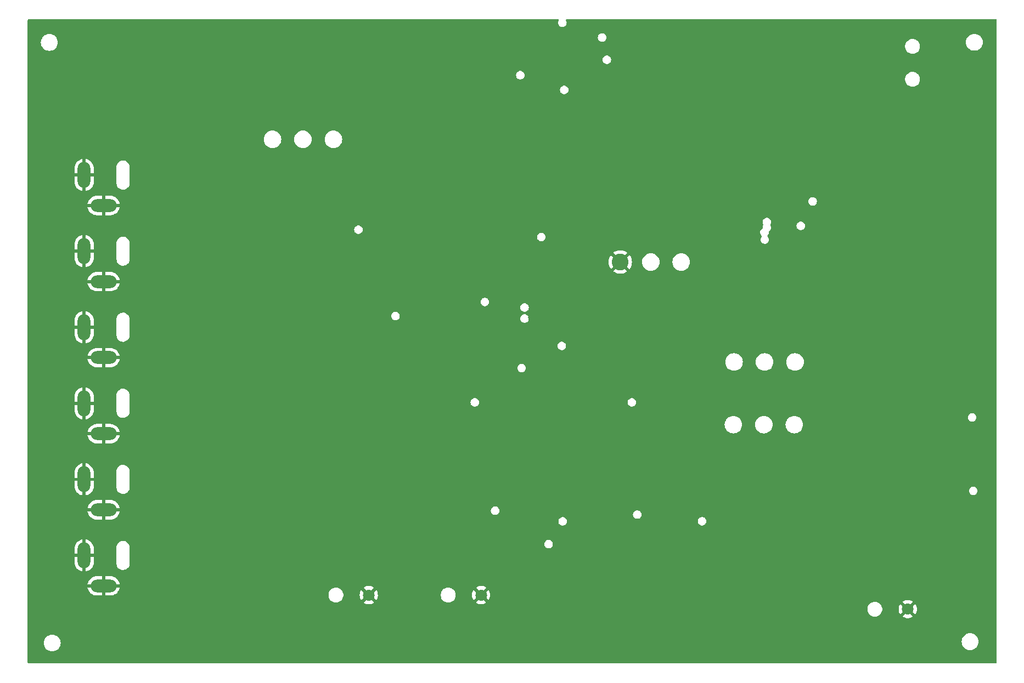
<source format=gbr>
%TF.GenerationSoftware,KiCad,Pcbnew,7.0.6-0*%
%TF.CreationDate,2024-04-24T17:51:10-03:00*%
%TF.ProjectId,Buoy,42756f79-2e6b-4696-9361-645f70636258,rev?*%
%TF.SameCoordinates,Original*%
%TF.FileFunction,Copper,L2,Inr*%
%TF.FilePolarity,Positive*%
%FSLAX46Y46*%
G04 Gerber Fmt 4.6, Leading zero omitted, Abs format (unit mm)*
G04 Created by KiCad (PCBNEW 7.0.6-0) date 2024-04-24 17:51:10*
%MOMM*%
%LPD*%
G01*
G04 APERTURE LIST*
%TA.AperFunction,ComponentPad*%
%ADD10C,2.600000*%
%TD*%
%TA.AperFunction,ComponentPad*%
%ADD11C,1.803400*%
%TD*%
%TA.AperFunction,ComponentPad*%
%ADD12O,2.000000X4.000000*%
%TD*%
%TA.AperFunction,ComponentPad*%
%ADD13O,4.000000X2.000000*%
%TD*%
%TA.AperFunction,ViaPad*%
%ADD14C,1.016000*%
%TD*%
%TA.AperFunction,ViaPad*%
%ADD15C,0.609600*%
%TD*%
%TA.AperFunction,ViaPad*%
%ADD16C,0.600000*%
%TD*%
%TA.AperFunction,ViaPad*%
%ADD17C,0.508000*%
%TD*%
G04 APERTURE END LIST*
D10*
%TO.N,PGND*%
%TO.C,SW2*%
X167877500Y-77732500D03*
%TD*%
D11*
%TO.N,PGND*%
%TO.C,J7*%
X129083400Y-129185000D03*
%TD*%
D12*
%TO.N,PGND*%
%TO.C,J5*%
X85161750Y-111313500D03*
D13*
X88161750Y-116013500D03*
%TD*%
D12*
%TO.N,PGND*%
%TO.C,J2*%
X85161750Y-76063500D03*
D13*
X88161750Y-80763500D03*
%TD*%
D12*
%TO.N,PGND*%
%TO.C,J1*%
X85161750Y-64313500D03*
D13*
X88161750Y-69013500D03*
%TD*%
D12*
%TO.N,PGND*%
%TO.C,J3*%
X85161750Y-87813500D03*
D13*
X88161750Y-92513500D03*
%TD*%
D12*
%TO.N,PGND*%
%TO.C,J4*%
X85161750Y-99563500D03*
D13*
X88161750Y-104263500D03*
%TD*%
D12*
%TO.N,PGND*%
%TO.C,J6*%
X85161750Y-123063500D03*
D13*
X88161750Y-127763500D03*
%TD*%
D11*
%TO.N,PGND*%
%TO.C,J8*%
X212233400Y-131365000D03*
%TD*%
%TO.N,PGND*%
%TO.C,J11*%
X146402693Y-129185707D03*
%TD*%
D14*
%TO.N,PGND*%
X150120000Y-95160000D03*
D15*
X150860000Y-85240000D03*
X157420000Y-115510000D03*
X149980000Y-85230000D03*
D14*
X175106000Y-104410000D03*
D15*
X124667500Y-77660000D03*
D14*
X210100000Y-99050000D03*
X150820000Y-93780000D03*
D16*
X143105000Y-90550000D03*
D14*
X151760000Y-95160000D03*
D15*
X127460000Y-77550000D03*
D14*
X152660000Y-76400000D03*
X104621750Y-91523500D03*
D15*
X149980000Y-85950000D03*
D14*
X200770000Y-122540000D03*
X196290000Y-82750000D03*
D15*
X150860000Y-85950000D03*
D14*
X172502000Y-104410000D03*
D15*
X194017500Y-74875000D03*
D14*
X194630000Y-71360000D03*
X171200000Y-104410000D03*
X118146750Y-86293500D03*
X104581750Y-127093500D03*
X104611750Y-81473500D03*
X195415000Y-122355000D03*
D15*
X157420000Y-117110000D03*
D14*
X209550000Y-103175000D03*
X150890000Y-90550000D03*
X157800000Y-82990000D03*
X198020000Y-122190000D03*
D15*
X132810000Y-111920000D03*
D14*
X207840000Y-116790000D03*
D17*
X137210000Y-97860000D03*
D14*
X157380000Y-92820000D03*
X104461750Y-68713500D03*
X193830000Y-119730000D03*
X104531750Y-104173500D03*
D15*
X138672500Y-89230000D03*
D14*
X104071750Y-115653500D03*
X154095000Y-86297500D03*
X157390000Y-91590000D03*
D15*
X163270000Y-119360000D03*
D14*
X184705000Y-80957500D03*
X198590000Y-61380000D03*
X188720000Y-80580000D03*
X180620000Y-124360000D03*
X176408000Y-104410000D03*
X192060000Y-82460000D03*
X177710000Y-104410000D03*
D15*
X136490000Y-120355000D03*
D14*
X173804000Y-104410000D03*
X188555000Y-69230000D03*
X181900000Y-61640000D03*
D15*
X129220000Y-120192250D03*
X157430000Y-116330000D03*
D14*
X150890000Y-92160000D03*
D15*
X175490000Y-67820000D03*
D14*
X157800000Y-81880000D03*
D15*
X164590000Y-119340000D03*
D14*
X148100000Y-76280000D03*
X150820000Y-89020000D03*
X205980000Y-64160000D03*
%TD*%
%TA.AperFunction,Conductor*%
%TO.N,PGND*%
G36*
X158342932Y-40270185D02*
G01*
X158388687Y-40322989D01*
X158398631Y-40392147D01*
X158377943Y-40444940D01*
X158357641Y-40474351D01*
X158301415Y-40622603D01*
X158282305Y-40779999D01*
X158301415Y-40937396D01*
X158341893Y-41044126D01*
X158357640Y-41085646D01*
X158447708Y-41216132D01*
X158566387Y-41321272D01*
X158566389Y-41321273D01*
X158566393Y-41321276D01*
X158706776Y-41394955D01*
X158706778Y-41394956D01*
X158860724Y-41432900D01*
X159019276Y-41432900D01*
X159173222Y-41394956D01*
X159256475Y-41351260D01*
X159313606Y-41321276D01*
X159313607Y-41321274D01*
X159313613Y-41321272D01*
X159432292Y-41216132D01*
X159522360Y-41085646D01*
X159578584Y-40937397D01*
X159597695Y-40780000D01*
X159578584Y-40622603D01*
X159522360Y-40474354D01*
X159502057Y-40444940D01*
X159480174Y-40378586D01*
X159497639Y-40310934D01*
X159548907Y-40263464D01*
X159604107Y-40250500D01*
X225825500Y-40250500D01*
X225892539Y-40270185D01*
X225938294Y-40322989D01*
X225949500Y-40374500D01*
X225949500Y-139625500D01*
X225929815Y-139692539D01*
X225877011Y-139738294D01*
X225825500Y-139749500D01*
X76574500Y-139749500D01*
X76507461Y-139729815D01*
X76461706Y-139677011D01*
X76450500Y-139625500D01*
X76450500Y-136590001D01*
X78924532Y-136590001D01*
X78944364Y-136816686D01*
X78944366Y-136816697D01*
X79003258Y-137036488D01*
X79003261Y-137036497D01*
X79099431Y-137242732D01*
X79099432Y-137242734D01*
X79229954Y-137429141D01*
X79390858Y-137590045D01*
X79390861Y-137590047D01*
X79577266Y-137720568D01*
X79783504Y-137816739D01*
X80003308Y-137875635D01*
X80173216Y-137890500D01*
X80286784Y-137890500D01*
X80456692Y-137875635D01*
X80676496Y-137816739D01*
X80882734Y-137720568D01*
X81069139Y-137590047D01*
X81230047Y-137429139D01*
X81360568Y-137242734D01*
X81456739Y-137036496D01*
X81515635Y-136816692D01*
X81535468Y-136590000D01*
X81517970Y-136390001D01*
X220544532Y-136390001D01*
X220564364Y-136616686D01*
X220564366Y-136616697D01*
X220623258Y-136836488D01*
X220623261Y-136836497D01*
X220719431Y-137042732D01*
X220719432Y-137042734D01*
X220849954Y-137229141D01*
X221010858Y-137390045D01*
X221010861Y-137390047D01*
X221197266Y-137520568D01*
X221403504Y-137616739D01*
X221623308Y-137675635D01*
X221793216Y-137690500D01*
X221906784Y-137690500D01*
X222076692Y-137675635D01*
X222296496Y-137616739D01*
X222502734Y-137520568D01*
X222689139Y-137390047D01*
X222850047Y-137229139D01*
X222980568Y-137042734D01*
X223076739Y-136836496D01*
X223135635Y-136616692D01*
X223155468Y-136390000D01*
X223135635Y-136163308D01*
X223076739Y-135943504D01*
X222980568Y-135737266D01*
X222850047Y-135550861D01*
X222850045Y-135550858D01*
X222689141Y-135389954D01*
X222502734Y-135259432D01*
X222502732Y-135259431D01*
X222296497Y-135163261D01*
X222296488Y-135163258D01*
X222076697Y-135104366D01*
X222076687Y-135104364D01*
X221906784Y-135089500D01*
X221793216Y-135089500D01*
X221623312Y-135104364D01*
X221623302Y-135104366D01*
X221403511Y-135163258D01*
X221403502Y-135163261D01*
X221197267Y-135259431D01*
X221197265Y-135259432D01*
X221010858Y-135389954D01*
X220849954Y-135550858D01*
X220719432Y-135737265D01*
X220719431Y-135737267D01*
X220623261Y-135943502D01*
X220623258Y-135943511D01*
X220564366Y-136163302D01*
X220564364Y-136163313D01*
X220544532Y-136389998D01*
X220544532Y-136390001D01*
X81517970Y-136390001D01*
X81515635Y-136363308D01*
X81462047Y-136163313D01*
X81456741Y-136143511D01*
X81456738Y-136143502D01*
X81363480Y-135943511D01*
X81360568Y-135937266D01*
X81230047Y-135750861D01*
X81230045Y-135750858D01*
X81069141Y-135589954D01*
X80882734Y-135459432D01*
X80882732Y-135459431D01*
X80676497Y-135363261D01*
X80676488Y-135363258D01*
X80456697Y-135304366D01*
X80456687Y-135304364D01*
X80286784Y-135289500D01*
X80173216Y-135289500D01*
X80003312Y-135304364D01*
X80003302Y-135304366D01*
X79783511Y-135363258D01*
X79783502Y-135363261D01*
X79577267Y-135459431D01*
X79577265Y-135459432D01*
X79390858Y-135589954D01*
X79229954Y-135750858D01*
X79099432Y-135937265D01*
X79099431Y-135937267D01*
X79003261Y-136143502D01*
X79003258Y-136143511D01*
X78944366Y-136363302D01*
X78944364Y-136363313D01*
X78924532Y-136589998D01*
X78924532Y-136590001D01*
X76450500Y-136590001D01*
X76450500Y-131471396D01*
X206005200Y-131471396D01*
X206044301Y-131680566D01*
X206044302Y-131680568D01*
X206121168Y-131878986D01*
X206121171Y-131878992D01*
X206233189Y-132059907D01*
X206233191Y-132059909D01*
X206376549Y-132217165D01*
X206489756Y-132302656D01*
X206546362Y-132345403D01*
X206736840Y-132440249D01*
X206736842Y-132440249D01*
X206736845Y-132440251D01*
X206941515Y-132498485D01*
X207100315Y-132513200D01*
X207100318Y-132513200D01*
X207206482Y-132513200D01*
X207206485Y-132513200D01*
X207365285Y-132498485D01*
X207569955Y-132440251D01*
X207569959Y-132440249D01*
X207569960Y-132440249D01*
X207760437Y-132345403D01*
X207760437Y-132345402D01*
X207760439Y-132345402D01*
X207930251Y-132217165D01*
X208073609Y-132059909D01*
X208185630Y-131878989D01*
X208262499Y-131680566D01*
X208301600Y-131471396D01*
X208301600Y-131365005D01*
X210826896Y-131365005D01*
X210846078Y-131596499D01*
X210903104Y-131821691D01*
X210996415Y-132034418D01*
X211080984Y-132163861D01*
X211632677Y-131612168D01*
X211642685Y-131642969D01*
X211730372Y-131781141D01*
X211849666Y-131893165D01*
X211984604Y-131967348D01*
X211433389Y-132518562D01*
X211433390Y-132518563D01*
X211464112Y-132542475D01*
X211464118Y-132542480D01*
X211668407Y-132653035D01*
X211668417Y-132653040D01*
X211888121Y-132728464D01*
X212117253Y-132766700D01*
X212349547Y-132766700D01*
X212578678Y-132728464D01*
X212798382Y-132653040D01*
X212798387Y-132653038D01*
X213002688Y-132542475D01*
X213033408Y-132518563D01*
X213033408Y-132518562D01*
X212479162Y-131964315D01*
X212547912Y-131937095D01*
X212680305Y-131840906D01*
X212784618Y-131714813D01*
X212833303Y-131611350D01*
X213385814Y-132163861D01*
X213470380Y-132034425D01*
X213470385Y-132034417D01*
X213563695Y-131821691D01*
X213620721Y-131596499D01*
X213639904Y-131365005D01*
X213639904Y-131364994D01*
X213620721Y-131133500D01*
X213563695Y-130908308D01*
X213470382Y-130695576D01*
X213385814Y-130566137D01*
X212834121Y-131117829D01*
X212824115Y-131087031D01*
X212736428Y-130948859D01*
X212617134Y-130836835D01*
X212482195Y-130762651D01*
X213033409Y-130211436D01*
X213033409Y-130211435D01*
X213002686Y-130187523D01*
X213002681Y-130187519D01*
X212798392Y-130076964D01*
X212798382Y-130076959D01*
X212578678Y-130001535D01*
X212349547Y-129963300D01*
X212117253Y-129963300D01*
X211888121Y-130001535D01*
X211668417Y-130076959D01*
X211668407Y-130076964D01*
X211464117Y-130187520D01*
X211464106Y-130187527D01*
X211433390Y-130211434D01*
X211433390Y-130211436D01*
X211987638Y-130765684D01*
X211918888Y-130792905D01*
X211786495Y-130889094D01*
X211682182Y-131015187D01*
X211633496Y-131118649D01*
X211080984Y-130566137D01*
X210996416Y-130695578D01*
X210903104Y-130908308D01*
X210846078Y-131133500D01*
X210826896Y-131364994D01*
X210826896Y-131365005D01*
X208301600Y-131365005D01*
X208301600Y-131258604D01*
X208262499Y-131049434D01*
X208185630Y-130851011D01*
X208149652Y-130792905D01*
X208073610Y-130670092D01*
X208073608Y-130670090D01*
X207930252Y-130512836D01*
X207760437Y-130384596D01*
X207569959Y-130289750D01*
X207365283Y-130231514D01*
X207365284Y-130231514D01*
X207243725Y-130220250D01*
X207206485Y-130216800D01*
X207100315Y-130216800D01*
X207065774Y-130220000D01*
X206941515Y-130231514D01*
X206736840Y-130289750D01*
X206736839Y-130289750D01*
X206546362Y-130384596D01*
X206376547Y-130512836D01*
X206233191Y-130670090D01*
X206233189Y-130670092D01*
X206121171Y-130851007D01*
X206121168Y-130851013D01*
X206057568Y-131015187D01*
X206044301Y-131049434D01*
X206005200Y-131258604D01*
X206005200Y-131471396D01*
X76450500Y-131471396D01*
X76450500Y-129291396D01*
X122855200Y-129291396D01*
X122894301Y-129500566D01*
X122894302Y-129500568D01*
X122971168Y-129698986D01*
X122971171Y-129698992D01*
X123083189Y-129879907D01*
X123083191Y-129879909D01*
X123226549Y-130037165D01*
X123279251Y-130076964D01*
X123396362Y-130165403D01*
X123586840Y-130260249D01*
X123586842Y-130260249D01*
X123586845Y-130260251D01*
X123791515Y-130318485D01*
X123950315Y-130333200D01*
X123950318Y-130333200D01*
X124056482Y-130333200D01*
X124056485Y-130333200D01*
X124215285Y-130318485D01*
X124419955Y-130260251D01*
X124419959Y-130260249D01*
X124419960Y-130260249D01*
X124610437Y-130165403D01*
X124610437Y-130165402D01*
X124610439Y-130165402D01*
X124780251Y-130037165D01*
X124923609Y-129879909D01*
X125035630Y-129698989D01*
X125112499Y-129500566D01*
X125151600Y-129291396D01*
X125151600Y-129185005D01*
X127676896Y-129185005D01*
X127696078Y-129416499D01*
X127753104Y-129641691D01*
X127846415Y-129854418D01*
X127930984Y-129983861D01*
X128482677Y-129432168D01*
X128492685Y-129462969D01*
X128580372Y-129601141D01*
X128699666Y-129713165D01*
X128834604Y-129787348D01*
X128283389Y-130338562D01*
X128283390Y-130338563D01*
X128314112Y-130362475D01*
X128314118Y-130362480D01*
X128518407Y-130473035D01*
X128518417Y-130473040D01*
X128738121Y-130548464D01*
X128967253Y-130586700D01*
X129199547Y-130586700D01*
X129428678Y-130548464D01*
X129648382Y-130473040D01*
X129648387Y-130473038D01*
X129852688Y-130362475D01*
X129883408Y-130338563D01*
X129883408Y-130338562D01*
X129329162Y-129784315D01*
X129397912Y-129757095D01*
X129530305Y-129660906D01*
X129634618Y-129534813D01*
X129683303Y-129431350D01*
X130235814Y-129983861D01*
X130320380Y-129854425D01*
X130320385Y-129854417D01*
X130413695Y-129641691D01*
X130470721Y-129416499D01*
X130481029Y-129292103D01*
X140174493Y-129292103D01*
X140213594Y-129501273D01*
X140213595Y-129501275D01*
X140290461Y-129699693D01*
X140290464Y-129699699D01*
X140402482Y-129880614D01*
X140402484Y-129880616D01*
X140545195Y-130037163D01*
X140545842Y-130037872D01*
X140597608Y-130076964D01*
X140715655Y-130166110D01*
X140906133Y-130260956D01*
X140906135Y-130260956D01*
X140906138Y-130260958D01*
X141110808Y-130319192D01*
X141269608Y-130333907D01*
X141269611Y-130333907D01*
X141375775Y-130333907D01*
X141375778Y-130333907D01*
X141534578Y-130319192D01*
X141739248Y-130260958D01*
X141739252Y-130260956D01*
X141739253Y-130260956D01*
X141929730Y-130166110D01*
X141929730Y-130166109D01*
X141929732Y-130166109D01*
X142099544Y-130037872D01*
X142242902Y-129880616D01*
X142354923Y-129699696D01*
X142431792Y-129501273D01*
X142470893Y-129292103D01*
X142470893Y-129185712D01*
X144996189Y-129185712D01*
X145015371Y-129417206D01*
X145072397Y-129642398D01*
X145165708Y-129855125D01*
X145250277Y-129984568D01*
X145801970Y-129432875D01*
X145811978Y-129463676D01*
X145899665Y-129601848D01*
X146018959Y-129713872D01*
X146153897Y-129788055D01*
X145602682Y-130339269D01*
X145602683Y-130339270D01*
X145633405Y-130363182D01*
X145633411Y-130363187D01*
X145837700Y-130473742D01*
X145837710Y-130473747D01*
X146057414Y-130549171D01*
X146286546Y-130587407D01*
X146518840Y-130587407D01*
X146747971Y-130549171D01*
X146967675Y-130473747D01*
X146967680Y-130473745D01*
X147171981Y-130363182D01*
X147202701Y-130339270D01*
X147202701Y-130339269D01*
X146648455Y-129785022D01*
X146717205Y-129757802D01*
X146849598Y-129661613D01*
X146953911Y-129535520D01*
X147002596Y-129432057D01*
X147555107Y-129984568D01*
X147639673Y-129855132D01*
X147639678Y-129855124D01*
X147732988Y-129642398D01*
X147790014Y-129417206D01*
X147809197Y-129185712D01*
X147809197Y-129185701D01*
X147790014Y-128954207D01*
X147732988Y-128729015D01*
X147639675Y-128516283D01*
X147555107Y-128386844D01*
X147003414Y-128938536D01*
X146993408Y-128907738D01*
X146905721Y-128769566D01*
X146786427Y-128657542D01*
X146651488Y-128583358D01*
X147202702Y-128032143D01*
X147202702Y-128032142D01*
X147171979Y-128008230D01*
X147171974Y-128008226D01*
X146967685Y-127897671D01*
X146967675Y-127897666D01*
X146747971Y-127822242D01*
X146518840Y-127784007D01*
X146286546Y-127784007D01*
X146057414Y-127822242D01*
X145837710Y-127897666D01*
X145837700Y-127897671D01*
X145633410Y-128008227D01*
X145633399Y-128008234D01*
X145602683Y-128032141D01*
X145602683Y-128032143D01*
X146156931Y-128586391D01*
X146088181Y-128613612D01*
X145955788Y-128709801D01*
X145851475Y-128835894D01*
X145802789Y-128939356D01*
X145250277Y-128386844D01*
X145165709Y-128516285D01*
X145072397Y-128729015D01*
X145015371Y-128954207D01*
X144996189Y-129185701D01*
X144996189Y-129185712D01*
X142470893Y-129185712D01*
X142470893Y-129079311D01*
X142431792Y-128870141D01*
X142354923Y-128671718D01*
X142354486Y-128671013D01*
X142242903Y-128490799D01*
X142242901Y-128490797D01*
X142242256Y-128490090D01*
X142099544Y-128333542D01*
X142006794Y-128263500D01*
X141929730Y-128205303D01*
X141739252Y-128110457D01*
X141534576Y-128052221D01*
X141534577Y-128052221D01*
X141413018Y-128040957D01*
X141375778Y-128037507D01*
X141269608Y-128037507D01*
X141235067Y-128040707D01*
X141110808Y-128052221D01*
X140906133Y-128110457D01*
X140906132Y-128110457D01*
X140715655Y-128205303D01*
X140545840Y-128333543D01*
X140402484Y-128490797D01*
X140402482Y-128490799D01*
X140290464Y-128671714D01*
X140290461Y-128671720D01*
X140227135Y-128835187D01*
X140213594Y-128870141D01*
X140174493Y-129079311D01*
X140174493Y-129292103D01*
X130481029Y-129292103D01*
X130489904Y-129185005D01*
X130489904Y-129184994D01*
X130470721Y-128953500D01*
X130413695Y-128728308D01*
X130320382Y-128515576D01*
X130235814Y-128386137D01*
X129684121Y-128937829D01*
X129674115Y-128907031D01*
X129586428Y-128768859D01*
X129467134Y-128656835D01*
X129332195Y-128582651D01*
X129883409Y-128031436D01*
X129883409Y-128031435D01*
X129852686Y-128007523D01*
X129852681Y-128007519D01*
X129648392Y-127896964D01*
X129648382Y-127896959D01*
X129428678Y-127821535D01*
X129199547Y-127783300D01*
X128967253Y-127783300D01*
X128738121Y-127821535D01*
X128518417Y-127896959D01*
X128518407Y-127896964D01*
X128314117Y-128007520D01*
X128314106Y-128007527D01*
X128283390Y-128031434D01*
X128283390Y-128031436D01*
X128837638Y-128585684D01*
X128768888Y-128612905D01*
X128636495Y-128709094D01*
X128532182Y-128835187D01*
X128483496Y-128938649D01*
X127930984Y-128386137D01*
X127846416Y-128515578D01*
X127753104Y-128728308D01*
X127696078Y-128953500D01*
X127676896Y-129184994D01*
X127676896Y-129185005D01*
X125151600Y-129185005D01*
X125151600Y-129078604D01*
X125112499Y-128869434D01*
X125035904Y-128671718D01*
X125035631Y-128671013D01*
X125035628Y-128671007D01*
X124923610Y-128490092D01*
X124923608Y-128490090D01*
X124780252Y-128332836D01*
X124610437Y-128204596D01*
X124419959Y-128109750D01*
X124215283Y-128051514D01*
X124215284Y-128051514D01*
X124093725Y-128040250D01*
X124056485Y-128036800D01*
X123950315Y-128036800D01*
X123915774Y-128040000D01*
X123791515Y-128051514D01*
X123586840Y-128109750D01*
X123586839Y-128109750D01*
X123396362Y-128204596D01*
X123226547Y-128332836D01*
X123083191Y-128490090D01*
X123083189Y-128490092D01*
X122971171Y-128671007D01*
X122971168Y-128671013D01*
X122907568Y-128835187D01*
X122894301Y-128869434D01*
X122855200Y-129078604D01*
X122855200Y-129291396D01*
X76450500Y-129291396D01*
X76450500Y-127513499D01*
X85682726Y-127513499D01*
X85682728Y-127513500D01*
X86728064Y-127513500D01*
X86702257Y-127553656D01*
X86661750Y-127691611D01*
X86661750Y-127835389D01*
X86702257Y-127973344D01*
X86728064Y-128013500D01*
X85682727Y-128013500D01*
X85702666Y-128132992D01*
X85783380Y-128368103D01*
X85783385Y-128368114D01*
X85901692Y-128586728D01*
X85901698Y-128586737D01*
X86054376Y-128782897D01*
X86054385Y-128782907D01*
X86237272Y-128951267D01*
X86237271Y-128951267D01*
X86445382Y-129087232D01*
X86673032Y-129187087D01*
X86914011Y-129248112D01*
X86914019Y-129248114D01*
X87099709Y-129263500D01*
X87911750Y-129263500D01*
X87911750Y-128263500D01*
X88411750Y-128263500D01*
X88411750Y-129263500D01*
X89223791Y-129263500D01*
X89409480Y-129248114D01*
X89409488Y-129248112D01*
X89650467Y-129187087D01*
X89878117Y-129087232D01*
X90086228Y-128951267D01*
X90269114Y-128782907D01*
X90269123Y-128782897D01*
X90421801Y-128586737D01*
X90421807Y-128586728D01*
X90540114Y-128368114D01*
X90540119Y-128368103D01*
X90620833Y-128132992D01*
X90640773Y-128013500D01*
X89595436Y-128013500D01*
X89621243Y-127973344D01*
X89661750Y-127835389D01*
X89661750Y-127691611D01*
X89621243Y-127553656D01*
X89595436Y-127513500D01*
X90640772Y-127513500D01*
X90640773Y-127513499D01*
X90620833Y-127394007D01*
X90540119Y-127158896D01*
X90540114Y-127158885D01*
X90421807Y-126940271D01*
X90421801Y-126940262D01*
X90269123Y-126744102D01*
X90269114Y-126744092D01*
X90086227Y-126575732D01*
X90086228Y-126575732D01*
X89878117Y-126439767D01*
X89650467Y-126339912D01*
X89409488Y-126278887D01*
X89409480Y-126278885D01*
X89223791Y-126263500D01*
X88411750Y-126263500D01*
X88411750Y-127263500D01*
X87911750Y-127263500D01*
X87911750Y-126263500D01*
X87099709Y-126263500D01*
X86914019Y-126278885D01*
X86914011Y-126278887D01*
X86673032Y-126339912D01*
X86445382Y-126439767D01*
X86237271Y-126575732D01*
X86054385Y-126744092D01*
X86054376Y-126744102D01*
X85901698Y-126940262D01*
X85901692Y-126940271D01*
X85783385Y-127158885D01*
X85783380Y-127158896D01*
X85702666Y-127394007D01*
X85682726Y-127513499D01*
X76450500Y-127513499D01*
X76450500Y-124125541D01*
X83661750Y-124125541D01*
X83677135Y-124311230D01*
X83677137Y-124311238D01*
X83738162Y-124552217D01*
X83838017Y-124779867D01*
X83973982Y-124987978D01*
X84142342Y-125170864D01*
X84142352Y-125170873D01*
X84338512Y-125323551D01*
X84338521Y-125323557D01*
X84557135Y-125441864D01*
X84557146Y-125441869D01*
X84792257Y-125522583D01*
X84911749Y-125542523D01*
X84911750Y-125542522D01*
X84911750Y-124497186D01*
X84951906Y-124522993D01*
X85089861Y-124563500D01*
X85233639Y-124563500D01*
X85371594Y-124522993D01*
X85411750Y-124497186D01*
X85411750Y-125542523D01*
X85531242Y-125522583D01*
X85766353Y-125441869D01*
X85766364Y-125441864D01*
X85984978Y-125323557D01*
X85984987Y-125323551D01*
X86181147Y-125170873D01*
X86181157Y-125170864D01*
X86349517Y-124987978D01*
X86485482Y-124779867D01*
X86585337Y-124552217D01*
X86632939Y-124364243D01*
X90161250Y-124364243D01*
X90176675Y-124515939D01*
X90237587Y-124710079D01*
X90237594Y-124710094D01*
X90336339Y-124887999D01*
X90336342Y-124888004D01*
X90468882Y-125042393D01*
X90468884Y-125042395D01*
X90629787Y-125166945D01*
X90629788Y-125166945D01*
X90629792Y-125166948D01*
X90812479Y-125256560D01*
X91009465Y-125307563D01*
X91212686Y-125317869D01*
X91413821Y-125287056D01*
X91604637Y-125216386D01*
X91777321Y-125108752D01*
X91924803Y-124968559D01*
X92041045Y-124801549D01*
X92121290Y-124614558D01*
X92162250Y-124415241D01*
X92162250Y-121762758D01*
X92146824Y-121611062D01*
X92146824Y-121611060D01*
X92085912Y-121416920D01*
X92085910Y-121416916D01*
X92085909Y-121416912D01*
X92037669Y-121330000D01*
X156162305Y-121330000D01*
X156181415Y-121487396D01*
X156210278Y-121563500D01*
X156228316Y-121611062D01*
X156237641Y-121635648D01*
X156325379Y-121762758D01*
X156327708Y-121766132D01*
X156446387Y-121871272D01*
X156446389Y-121871273D01*
X156446393Y-121871276D01*
X156586776Y-121944955D01*
X156586778Y-121944956D01*
X156740724Y-121982900D01*
X156899276Y-121982900D01*
X157053222Y-121944956D01*
X157136475Y-121901260D01*
X157193606Y-121871276D01*
X157193607Y-121871274D01*
X157193613Y-121871272D01*
X157312292Y-121766132D01*
X157402360Y-121635646D01*
X157458584Y-121487397D01*
X157477695Y-121330000D01*
X157458584Y-121172603D01*
X157402360Y-121024354D01*
X157312292Y-120893868D01*
X157193613Y-120788728D01*
X157193611Y-120788727D01*
X157193610Y-120788726D01*
X157193606Y-120788723D01*
X157053223Y-120715044D01*
X156899276Y-120677100D01*
X156740724Y-120677100D01*
X156586776Y-120715044D01*
X156446393Y-120788723D01*
X156446389Y-120788726D01*
X156327707Y-120893868D01*
X156237641Y-121024351D01*
X156181415Y-121172603D01*
X156162305Y-121330000D01*
X92037669Y-121330000D01*
X91987159Y-121238998D01*
X91987158Y-121238997D01*
X91987157Y-121238995D01*
X91854617Y-121084606D01*
X91854615Y-121084604D01*
X91693712Y-120960054D01*
X91693709Y-120960053D01*
X91693708Y-120960052D01*
X91511021Y-120870440D01*
X91314035Y-120819437D01*
X91314037Y-120819437D01*
X91178554Y-120812566D01*
X91110814Y-120809131D01*
X91110813Y-120809131D01*
X91110811Y-120809131D01*
X90909686Y-120839942D01*
X90909674Y-120839945D01*
X90718868Y-120910611D01*
X90718861Y-120910615D01*
X90546182Y-121018245D01*
X90546177Y-121018249D01*
X90398699Y-121158438D01*
X90398698Y-121158440D01*
X90282455Y-121325449D01*
X90202209Y-121512443D01*
X90161250Y-121711758D01*
X90161250Y-124364243D01*
X86632939Y-124364243D01*
X86646362Y-124311238D01*
X86646364Y-124311230D01*
X86661750Y-124125541D01*
X86661750Y-123313500D01*
X85661750Y-123313500D01*
X85661750Y-122813500D01*
X86661749Y-122813500D01*
X86661750Y-122001459D01*
X86646364Y-121815769D01*
X86646362Y-121815761D01*
X86585337Y-121574782D01*
X86485482Y-121347132D01*
X86349517Y-121139021D01*
X86181157Y-120956135D01*
X86181147Y-120956126D01*
X85984987Y-120803448D01*
X85984978Y-120803442D01*
X85766364Y-120685135D01*
X85766353Y-120685130D01*
X85531242Y-120604416D01*
X85411750Y-120584476D01*
X85411750Y-121629813D01*
X85371594Y-121604007D01*
X85233639Y-121563500D01*
X85089861Y-121563500D01*
X84951906Y-121604007D01*
X84911750Y-121629813D01*
X84911750Y-120584476D01*
X84911749Y-120584476D01*
X84792257Y-120604416D01*
X84557146Y-120685130D01*
X84557135Y-120685135D01*
X84338521Y-120803442D01*
X84338512Y-120803448D01*
X84142352Y-120956126D01*
X84142342Y-120956135D01*
X83973982Y-121139021D01*
X83838017Y-121347132D01*
X83738162Y-121574782D01*
X83677137Y-121815761D01*
X83677135Y-121815769D01*
X83661750Y-122001459D01*
X83661750Y-122813500D01*
X84661750Y-122813500D01*
X84661750Y-123313500D01*
X83661750Y-123313500D01*
X83661750Y-124125541D01*
X76450500Y-124125541D01*
X76450500Y-117799999D01*
X158332305Y-117799999D01*
X158351415Y-117957396D01*
X158407641Y-118105648D01*
X158482177Y-118213632D01*
X158497708Y-118236132D01*
X158616387Y-118341272D01*
X158616389Y-118341273D01*
X158616393Y-118341276D01*
X158713908Y-118392456D01*
X158756778Y-118414956D01*
X158910724Y-118452900D01*
X159069276Y-118452900D01*
X159223222Y-118414956D01*
X159306475Y-118371260D01*
X159363606Y-118341276D01*
X159363607Y-118341274D01*
X159363613Y-118341272D01*
X159482292Y-118236132D01*
X159572360Y-118105646D01*
X159628584Y-117957397D01*
X159647695Y-117800000D01*
X159644963Y-117777499D01*
X179836569Y-117777499D01*
X179855679Y-117934896D01*
X179911905Y-118083148D01*
X179927436Y-118105648D01*
X180001972Y-118213632D01*
X180120651Y-118318772D01*
X180120653Y-118318773D01*
X180120657Y-118318776D01*
X180261040Y-118392455D01*
X180261042Y-118392456D01*
X180414988Y-118430400D01*
X180573540Y-118430400D01*
X180727486Y-118392456D01*
X180825006Y-118341273D01*
X180867870Y-118318776D01*
X180867871Y-118318774D01*
X180867877Y-118318772D01*
X180986556Y-118213632D01*
X181076624Y-118083146D01*
X181132848Y-117934897D01*
X181151959Y-117777500D01*
X181132848Y-117620103D01*
X181076624Y-117471854D01*
X180986556Y-117341368D01*
X180867877Y-117236228D01*
X180867875Y-117236227D01*
X180867874Y-117236226D01*
X180867870Y-117236223D01*
X180727487Y-117162544D01*
X180573540Y-117124600D01*
X180414988Y-117124600D01*
X180261040Y-117162544D01*
X180120657Y-117236223D01*
X180120653Y-117236226D01*
X180001971Y-117341368D01*
X179911905Y-117471851D01*
X179855679Y-117620103D01*
X179836569Y-117777499D01*
X159644963Y-117777499D01*
X159628584Y-117642603D01*
X159572360Y-117494354D01*
X159489945Y-117374956D01*
X159482292Y-117363868D01*
X159482291Y-117363867D01*
X159363613Y-117258728D01*
X159363611Y-117258727D01*
X159363610Y-117258726D01*
X159363606Y-117258723D01*
X159223223Y-117185044D01*
X159069276Y-117147100D01*
X158910724Y-117147100D01*
X158756776Y-117185044D01*
X158616393Y-117258723D01*
X158616389Y-117258726D01*
X158497707Y-117363868D01*
X158407641Y-117494351D01*
X158351415Y-117642603D01*
X158332305Y-117799999D01*
X76450500Y-117799999D01*
X76450500Y-115763499D01*
X85682726Y-115763499D01*
X85682728Y-115763500D01*
X86728064Y-115763500D01*
X86702257Y-115803656D01*
X86661750Y-115941611D01*
X86661750Y-116085389D01*
X86702257Y-116223344D01*
X86728064Y-116263500D01*
X85682727Y-116263500D01*
X85702666Y-116382992D01*
X85783380Y-116618103D01*
X85783385Y-116618114D01*
X85901692Y-116836728D01*
X85901698Y-116836737D01*
X86054376Y-117032897D01*
X86054385Y-117032907D01*
X86237272Y-117201267D01*
X86237271Y-117201267D01*
X86445382Y-117337232D01*
X86673032Y-117437087D01*
X86914011Y-117498112D01*
X86914019Y-117498114D01*
X87099709Y-117513500D01*
X87911750Y-117513500D01*
X87911750Y-116513500D01*
X88411750Y-116513500D01*
X88411750Y-117513500D01*
X89223791Y-117513500D01*
X89409480Y-117498114D01*
X89409488Y-117498112D01*
X89650467Y-117437087D01*
X89878117Y-117337232D01*
X90086228Y-117201267D01*
X90269114Y-117032907D01*
X90269123Y-117032897D01*
X90421801Y-116836737D01*
X90421807Y-116836728D01*
X90540114Y-116618114D01*
X90540119Y-116618103D01*
X90620833Y-116382992D01*
X90640773Y-116263500D01*
X89595436Y-116263500D01*
X89621243Y-116223344D01*
X89639843Y-116159999D01*
X147911305Y-116159999D01*
X147930415Y-116317396D01*
X147932870Y-116323868D01*
X147982357Y-116454354D01*
X147986641Y-116465648D01*
X148019671Y-116513500D01*
X148076708Y-116596132D01*
X148195387Y-116701272D01*
X148195389Y-116701273D01*
X148195393Y-116701276D01*
X148307280Y-116759999D01*
X148335778Y-116774956D01*
X148489724Y-116812900D01*
X148648276Y-116812900D01*
X148802222Y-116774956D01*
X148830719Y-116759999D01*
X169832305Y-116759999D01*
X169851415Y-116917396D01*
X169907641Y-117065648D01*
X169997707Y-117196131D01*
X169997708Y-117196132D01*
X170116387Y-117301272D01*
X170116389Y-117301273D01*
X170116393Y-117301276D01*
X170192782Y-117341368D01*
X170256778Y-117374956D01*
X170410724Y-117412900D01*
X170569276Y-117412900D01*
X170723222Y-117374956D01*
X170806475Y-117331260D01*
X170863606Y-117301276D01*
X170863607Y-117301274D01*
X170863613Y-117301272D01*
X170982292Y-117196132D01*
X171072360Y-117065646D01*
X171128584Y-116917397D01*
X171147695Y-116760000D01*
X171128584Y-116602603D01*
X171072360Y-116454354D01*
X170982292Y-116323868D01*
X170863613Y-116218728D01*
X170863611Y-116218727D01*
X170863610Y-116218726D01*
X170863606Y-116218723D01*
X170723223Y-116145044D01*
X170569276Y-116107100D01*
X170410724Y-116107100D01*
X170256776Y-116145044D01*
X170116393Y-116218723D01*
X170116389Y-116218726D01*
X169997707Y-116323868D01*
X169907641Y-116454351D01*
X169851415Y-116602603D01*
X169832305Y-116759999D01*
X148830719Y-116759999D01*
X148885475Y-116731260D01*
X148942606Y-116701276D01*
X148942607Y-116701274D01*
X148942613Y-116701272D01*
X149061292Y-116596132D01*
X149151360Y-116465646D01*
X149207584Y-116317397D01*
X149226695Y-116160000D01*
X149207584Y-116002603D01*
X149151360Y-115854354D01*
X149061292Y-115723868D01*
X148942613Y-115618728D01*
X148942611Y-115618727D01*
X148942610Y-115618726D01*
X148942606Y-115618723D01*
X148802223Y-115545044D01*
X148648276Y-115507100D01*
X148489724Y-115507100D01*
X148335776Y-115545044D01*
X148195393Y-115618723D01*
X148195389Y-115618726D01*
X148076707Y-115723868D01*
X147986641Y-115854351D01*
X147930415Y-116002603D01*
X147911305Y-116159999D01*
X89639843Y-116159999D01*
X89661750Y-116085389D01*
X89661750Y-115941611D01*
X89621243Y-115803656D01*
X89595436Y-115763500D01*
X90640772Y-115763500D01*
X90640773Y-115763499D01*
X90620833Y-115644007D01*
X90540119Y-115408896D01*
X90540114Y-115408885D01*
X90421807Y-115190271D01*
X90421801Y-115190262D01*
X90269123Y-114994102D01*
X90269114Y-114994092D01*
X90086227Y-114825732D01*
X90086228Y-114825732D01*
X89878117Y-114689767D01*
X89650467Y-114589912D01*
X89409488Y-114528887D01*
X89409480Y-114528885D01*
X89223791Y-114513500D01*
X88411750Y-114513500D01*
X88411750Y-115513500D01*
X87911750Y-115513500D01*
X87911750Y-114513500D01*
X87099709Y-114513500D01*
X86914019Y-114528885D01*
X86914011Y-114528887D01*
X86673032Y-114589912D01*
X86445382Y-114689767D01*
X86237271Y-114825732D01*
X86054385Y-114994092D01*
X86054376Y-114994102D01*
X85901698Y-115190262D01*
X85901692Y-115190271D01*
X85783385Y-115408885D01*
X85783380Y-115408896D01*
X85702666Y-115644007D01*
X85682726Y-115763499D01*
X76450500Y-115763499D01*
X76450500Y-112375541D01*
X83661750Y-112375541D01*
X83677135Y-112561230D01*
X83677137Y-112561238D01*
X83738162Y-112802217D01*
X83838017Y-113029867D01*
X83973982Y-113237978D01*
X84142342Y-113420864D01*
X84142352Y-113420873D01*
X84338512Y-113573551D01*
X84338521Y-113573557D01*
X84557135Y-113691864D01*
X84557146Y-113691869D01*
X84792257Y-113772583D01*
X84911749Y-113792523D01*
X84911750Y-113792522D01*
X84911750Y-112747186D01*
X84951906Y-112772993D01*
X85089861Y-112813500D01*
X85233639Y-112813500D01*
X85371594Y-112772993D01*
X85411750Y-112747186D01*
X85411750Y-113792523D01*
X85531242Y-113772583D01*
X85766353Y-113691869D01*
X85766364Y-113691864D01*
X85984978Y-113573557D01*
X85984987Y-113573551D01*
X86181147Y-113420873D01*
X86181157Y-113420864D01*
X86349517Y-113237978D01*
X86485482Y-113029867D01*
X86585337Y-112802217D01*
X86632939Y-112614243D01*
X90161250Y-112614243D01*
X90176675Y-112765939D01*
X90237587Y-112960079D01*
X90237594Y-112960094D01*
X90336339Y-113137999D01*
X90336342Y-113138004D01*
X90468882Y-113292393D01*
X90468884Y-113292395D01*
X90629787Y-113416945D01*
X90629788Y-113416945D01*
X90629792Y-113416948D01*
X90812479Y-113506560D01*
X91009465Y-113557563D01*
X91212686Y-113567869D01*
X91413821Y-113537056D01*
X91604637Y-113466386D01*
X91777321Y-113358752D01*
X91924803Y-113218559D01*
X92014282Y-113090000D01*
X221682305Y-113090000D01*
X221701415Y-113247396D01*
X221757641Y-113395648D01*
X221834198Y-113506560D01*
X221847708Y-113526132D01*
X221966387Y-113631272D01*
X221966389Y-113631273D01*
X221966393Y-113631276D01*
X222081843Y-113691869D01*
X222106778Y-113704956D01*
X222260724Y-113742900D01*
X222419276Y-113742900D01*
X222573222Y-113704956D01*
X222656475Y-113661260D01*
X222713606Y-113631276D01*
X222713607Y-113631274D01*
X222713613Y-113631272D01*
X222832292Y-113526132D01*
X222922360Y-113395646D01*
X222978584Y-113247397D01*
X222997695Y-113090000D01*
X222978584Y-112932603D01*
X222922360Y-112784354D01*
X222832292Y-112653868D01*
X222713613Y-112548728D01*
X222713611Y-112548727D01*
X222713610Y-112548726D01*
X222713606Y-112548723D01*
X222573223Y-112475044D01*
X222419276Y-112437100D01*
X222260724Y-112437100D01*
X222106776Y-112475044D01*
X221966393Y-112548723D01*
X221966389Y-112548726D01*
X221847707Y-112653868D01*
X221757641Y-112784351D01*
X221701415Y-112932603D01*
X221682305Y-113090000D01*
X92014282Y-113090000D01*
X92041045Y-113051549D01*
X92121290Y-112864558D01*
X92162250Y-112665241D01*
X92162250Y-110012758D01*
X92146824Y-109861062D01*
X92146824Y-109861060D01*
X92085912Y-109666920D01*
X92085910Y-109666916D01*
X92085909Y-109666912D01*
X91987159Y-109488998D01*
X91987158Y-109488997D01*
X91987157Y-109488995D01*
X91854617Y-109334606D01*
X91854615Y-109334604D01*
X91693712Y-109210054D01*
X91693709Y-109210053D01*
X91693708Y-109210052D01*
X91511021Y-109120440D01*
X91314035Y-109069437D01*
X91314037Y-109069437D01*
X91178554Y-109062566D01*
X91110814Y-109059131D01*
X91110813Y-109059131D01*
X91110811Y-109059131D01*
X90909686Y-109089942D01*
X90909674Y-109089945D01*
X90718868Y-109160611D01*
X90718861Y-109160615D01*
X90546182Y-109268245D01*
X90546177Y-109268249D01*
X90398699Y-109408438D01*
X90398698Y-109408440D01*
X90282455Y-109575449D01*
X90202209Y-109762443D01*
X90161250Y-109961758D01*
X90161250Y-112614243D01*
X86632939Y-112614243D01*
X86646362Y-112561238D01*
X86646364Y-112561230D01*
X86661750Y-112375541D01*
X86661750Y-111563500D01*
X85661750Y-111563500D01*
X85661750Y-111063500D01*
X86661749Y-111063500D01*
X86661750Y-110251459D01*
X86646364Y-110065769D01*
X86646362Y-110065761D01*
X86585337Y-109824782D01*
X86485482Y-109597132D01*
X86349517Y-109389021D01*
X86181157Y-109206135D01*
X86181147Y-109206126D01*
X85984987Y-109053448D01*
X85984978Y-109053442D01*
X85766364Y-108935135D01*
X85766353Y-108935130D01*
X85531242Y-108854416D01*
X85411750Y-108834476D01*
X85411750Y-109879813D01*
X85371594Y-109854007D01*
X85233639Y-109813500D01*
X85089861Y-109813500D01*
X84951906Y-109854007D01*
X84911750Y-109879813D01*
X84911750Y-108834476D01*
X84911749Y-108834476D01*
X84792257Y-108854416D01*
X84557146Y-108935130D01*
X84557135Y-108935135D01*
X84338521Y-109053442D01*
X84338512Y-109053448D01*
X84142352Y-109206126D01*
X84142342Y-109206135D01*
X83973982Y-109389021D01*
X83838017Y-109597132D01*
X83738162Y-109824782D01*
X83677137Y-110065761D01*
X83677135Y-110065769D01*
X83661750Y-110251459D01*
X83661750Y-111063500D01*
X84661750Y-111063500D01*
X84661750Y-111563500D01*
X83661750Y-111563500D01*
X83661750Y-112375541D01*
X76450500Y-112375541D01*
X76450500Y-104013499D01*
X85682726Y-104013499D01*
X85682728Y-104013500D01*
X86728064Y-104013500D01*
X86702257Y-104053656D01*
X86661750Y-104191611D01*
X86661750Y-104335389D01*
X86702257Y-104473344D01*
X86728064Y-104513500D01*
X85682727Y-104513500D01*
X85702666Y-104632992D01*
X85783380Y-104868103D01*
X85783385Y-104868114D01*
X85901692Y-105086728D01*
X85901698Y-105086737D01*
X86054376Y-105282897D01*
X86054385Y-105282907D01*
X86237272Y-105451267D01*
X86237271Y-105451267D01*
X86445382Y-105587232D01*
X86673032Y-105687087D01*
X86914011Y-105748112D01*
X86914019Y-105748114D01*
X87099709Y-105763500D01*
X87911750Y-105763500D01*
X87911750Y-104763500D01*
X88411750Y-104763500D01*
X88411750Y-105763500D01*
X89223791Y-105763500D01*
X89409480Y-105748114D01*
X89409488Y-105748112D01*
X89650467Y-105687087D01*
X89878117Y-105587232D01*
X90086228Y-105451267D01*
X90269114Y-105282907D01*
X90269123Y-105282897D01*
X90421801Y-105086737D01*
X90421807Y-105086728D01*
X90540114Y-104868114D01*
X90540119Y-104868103D01*
X90620833Y-104632992D01*
X90640773Y-104513500D01*
X89595436Y-104513500D01*
X89621243Y-104473344D01*
X89661750Y-104335389D01*
X89661750Y-104191611D01*
X89621243Y-104053656D01*
X89595436Y-104013500D01*
X90640772Y-104013500D01*
X90640773Y-104013499D01*
X90620833Y-103894007D01*
X90540119Y-103658896D01*
X90540114Y-103658885D01*
X90421807Y-103440271D01*
X90421801Y-103440262D01*
X90269123Y-103244102D01*
X90269114Y-103244092D01*
X90086227Y-103075732D01*
X90086228Y-103075732D01*
X89878117Y-102939767D01*
X89696264Y-102860000D01*
X183974341Y-102860000D01*
X183994936Y-103095403D01*
X183994938Y-103095413D01*
X184056094Y-103323655D01*
X184056096Y-103323659D01*
X184056097Y-103323663D01*
X184106030Y-103430745D01*
X184155964Y-103537828D01*
X184155965Y-103537830D01*
X184291505Y-103731402D01*
X184458597Y-103898494D01*
X184652169Y-104034034D01*
X184652171Y-104034035D01*
X184866337Y-104133903D01*
X185094592Y-104195063D01*
X185271034Y-104210500D01*
X185388966Y-104210500D01*
X185565408Y-104195063D01*
X185793663Y-104133903D01*
X186007829Y-104034035D01*
X186201401Y-103898495D01*
X186368495Y-103731401D01*
X186504035Y-103537830D01*
X186603903Y-103323663D01*
X186665063Y-103095408D01*
X186685659Y-102860000D01*
X188674341Y-102860000D01*
X188694936Y-103095403D01*
X188694938Y-103095413D01*
X188756094Y-103323655D01*
X188756096Y-103323659D01*
X188756097Y-103323663D01*
X188806030Y-103430745D01*
X188855964Y-103537828D01*
X188855965Y-103537830D01*
X188991505Y-103731402D01*
X189158597Y-103898494D01*
X189352169Y-104034034D01*
X189352171Y-104034035D01*
X189566337Y-104133903D01*
X189794592Y-104195063D01*
X189971034Y-104210500D01*
X190088966Y-104210500D01*
X190265408Y-104195063D01*
X190493663Y-104133903D01*
X190707829Y-104034035D01*
X190901401Y-103898495D01*
X191068495Y-103731401D01*
X191204035Y-103537830D01*
X191303903Y-103323663D01*
X191365063Y-103095408D01*
X191385659Y-102860000D01*
X193374341Y-102860000D01*
X193394936Y-103095403D01*
X193394938Y-103095413D01*
X193456094Y-103323655D01*
X193456096Y-103323659D01*
X193456097Y-103323663D01*
X193506030Y-103430746D01*
X193555964Y-103537828D01*
X193555965Y-103537830D01*
X193691505Y-103731402D01*
X193858597Y-103898494D01*
X194052169Y-104034034D01*
X194052171Y-104034035D01*
X194266337Y-104133903D01*
X194494592Y-104195063D01*
X194671034Y-104210500D01*
X194788966Y-104210500D01*
X194965408Y-104195063D01*
X195193663Y-104133903D01*
X195407829Y-104034035D01*
X195601401Y-103898495D01*
X195768495Y-103731401D01*
X195904035Y-103537830D01*
X196003903Y-103323663D01*
X196065063Y-103095408D01*
X196085659Y-102860000D01*
X196083901Y-102839912D01*
X196065063Y-102624596D01*
X196065063Y-102624592D01*
X196003903Y-102396337D01*
X195904035Y-102182171D01*
X195904034Y-102182169D01*
X195768494Y-101988597D01*
X195601402Y-101821505D01*
X195485000Y-101740000D01*
X221502305Y-101740000D01*
X221521415Y-101897396D01*
X221538280Y-101941864D01*
X221577640Y-102045646D01*
X221667708Y-102176132D01*
X221786387Y-102281272D01*
X221786389Y-102281273D01*
X221786393Y-102281276D01*
X221926776Y-102354955D01*
X221926778Y-102354956D01*
X222080724Y-102392900D01*
X222239276Y-102392900D01*
X222393222Y-102354956D01*
X222476475Y-102311260D01*
X222533606Y-102281276D01*
X222533607Y-102281274D01*
X222533613Y-102281272D01*
X222652292Y-102176132D01*
X222742360Y-102045646D01*
X222798584Y-101897397D01*
X222817695Y-101740000D01*
X222798584Y-101582603D01*
X222742360Y-101434354D01*
X222652292Y-101303868D01*
X222533613Y-101198728D01*
X222533611Y-101198727D01*
X222533610Y-101198726D01*
X222533606Y-101198723D01*
X222393223Y-101125044D01*
X222239276Y-101087100D01*
X222080724Y-101087100D01*
X221926776Y-101125044D01*
X221786393Y-101198723D01*
X221786389Y-101198726D01*
X221667707Y-101303868D01*
X221577641Y-101434351D01*
X221521415Y-101582603D01*
X221502305Y-101740000D01*
X195485000Y-101740000D01*
X195407830Y-101685965D01*
X195407828Y-101685964D01*
X195300745Y-101636030D01*
X195193663Y-101586097D01*
X195193659Y-101586096D01*
X195193655Y-101586094D01*
X194965413Y-101524938D01*
X194965403Y-101524936D01*
X194788966Y-101509500D01*
X194671034Y-101509500D01*
X194494596Y-101524936D01*
X194494586Y-101524938D01*
X194266344Y-101586094D01*
X194266335Y-101586098D01*
X194052171Y-101685964D01*
X194052169Y-101685965D01*
X193858597Y-101821505D01*
X193691506Y-101988597D01*
X193691501Y-101988604D01*
X193555967Y-102182165D01*
X193555965Y-102182169D01*
X193456098Y-102396335D01*
X193456094Y-102396344D01*
X193394938Y-102624586D01*
X193394936Y-102624596D01*
X193374341Y-102859999D01*
X193374341Y-102860000D01*
X191385659Y-102860000D01*
X191383901Y-102839912D01*
X191365063Y-102624596D01*
X191365063Y-102624592D01*
X191303903Y-102396337D01*
X191204035Y-102182171D01*
X191204034Y-102182169D01*
X191068494Y-101988597D01*
X190901402Y-101821505D01*
X190707830Y-101685965D01*
X190707828Y-101685964D01*
X190600745Y-101636030D01*
X190493663Y-101586097D01*
X190493659Y-101586096D01*
X190493655Y-101586094D01*
X190265413Y-101524938D01*
X190265403Y-101524936D01*
X190088966Y-101509500D01*
X189971034Y-101509500D01*
X189794596Y-101524936D01*
X189794586Y-101524938D01*
X189566344Y-101586094D01*
X189566335Y-101586098D01*
X189352171Y-101685964D01*
X189352169Y-101685965D01*
X189158597Y-101821505D01*
X188991506Y-101988597D01*
X188991501Y-101988604D01*
X188855967Y-102182165D01*
X188855965Y-102182169D01*
X188756098Y-102396335D01*
X188756094Y-102396344D01*
X188694938Y-102624586D01*
X188694936Y-102624596D01*
X188674341Y-102859999D01*
X188674341Y-102860000D01*
X186685659Y-102860000D01*
X186683901Y-102839912D01*
X186665063Y-102624596D01*
X186665063Y-102624592D01*
X186603903Y-102396337D01*
X186504035Y-102182171D01*
X186504034Y-102182169D01*
X186368494Y-101988597D01*
X186201402Y-101821505D01*
X186007830Y-101685965D01*
X186007828Y-101685964D01*
X185900745Y-101636031D01*
X185793663Y-101586097D01*
X185793659Y-101586096D01*
X185793655Y-101586094D01*
X185565413Y-101524938D01*
X185565403Y-101524936D01*
X185388966Y-101509500D01*
X185271034Y-101509500D01*
X185094596Y-101524936D01*
X185094586Y-101524938D01*
X184866344Y-101586094D01*
X184866335Y-101586098D01*
X184652171Y-101685964D01*
X184652169Y-101685965D01*
X184458597Y-101821505D01*
X184291506Y-101988597D01*
X184291501Y-101988604D01*
X184155967Y-102182165D01*
X184155965Y-102182169D01*
X184056098Y-102396335D01*
X184056094Y-102396344D01*
X183994938Y-102624586D01*
X183994936Y-102624596D01*
X183974341Y-102859999D01*
X183974341Y-102860000D01*
X89696264Y-102860000D01*
X89650467Y-102839912D01*
X89409488Y-102778887D01*
X89409480Y-102778885D01*
X89223791Y-102763500D01*
X88411750Y-102763500D01*
X88411750Y-103763500D01*
X87911750Y-103763500D01*
X87911750Y-102763500D01*
X87099709Y-102763500D01*
X86914019Y-102778885D01*
X86914011Y-102778887D01*
X86673032Y-102839912D01*
X86445382Y-102939767D01*
X86237271Y-103075732D01*
X86054385Y-103244092D01*
X86054376Y-103244102D01*
X85901698Y-103440262D01*
X85901692Y-103440271D01*
X85783385Y-103658885D01*
X85783380Y-103658896D01*
X85702666Y-103894007D01*
X85682726Y-104013499D01*
X76450500Y-104013499D01*
X76450500Y-100625541D01*
X83661750Y-100625541D01*
X83677135Y-100811230D01*
X83677137Y-100811238D01*
X83738162Y-101052217D01*
X83838017Y-101279867D01*
X83973982Y-101487978D01*
X84142342Y-101670864D01*
X84142352Y-101670873D01*
X84338512Y-101823551D01*
X84338521Y-101823557D01*
X84557135Y-101941864D01*
X84557146Y-101941869D01*
X84792257Y-102022583D01*
X84911749Y-102042523D01*
X84911750Y-102042522D01*
X84911750Y-100997186D01*
X84951906Y-101022993D01*
X85089861Y-101063500D01*
X85233639Y-101063500D01*
X85371594Y-101022993D01*
X85411750Y-100997186D01*
X85411750Y-102042523D01*
X85531242Y-102022583D01*
X85766353Y-101941869D01*
X85766364Y-101941864D01*
X85984978Y-101823557D01*
X85984987Y-101823551D01*
X86181147Y-101670873D01*
X86181157Y-101670864D01*
X86349517Y-101487978D01*
X86485482Y-101279867D01*
X86585337Y-101052217D01*
X86632939Y-100864243D01*
X90161250Y-100864243D01*
X90176675Y-101015939D01*
X90237587Y-101210079D01*
X90237594Y-101210094D01*
X90336339Y-101387999D01*
X90336342Y-101388004D01*
X90468882Y-101542393D01*
X90468884Y-101542395D01*
X90629787Y-101666945D01*
X90629788Y-101666945D01*
X90629792Y-101666948D01*
X90812479Y-101756560D01*
X91009465Y-101807563D01*
X91212686Y-101817869D01*
X91413821Y-101787056D01*
X91604637Y-101716386D01*
X91777321Y-101608752D01*
X91924803Y-101468559D01*
X92041045Y-101301549D01*
X92121290Y-101114558D01*
X92162250Y-100915241D01*
X92162250Y-99430000D01*
X144772305Y-99430000D01*
X144791415Y-99587396D01*
X144847641Y-99735648D01*
X144937707Y-99866131D01*
X144937708Y-99866132D01*
X145056387Y-99971272D01*
X145056389Y-99971273D01*
X145056393Y-99971276D01*
X145196776Y-100044955D01*
X145196778Y-100044956D01*
X145350724Y-100082900D01*
X145509276Y-100082900D01*
X145663222Y-100044956D01*
X145746475Y-100001260D01*
X145803606Y-99971276D01*
X145803607Y-99971274D01*
X145803613Y-99971272D01*
X145922292Y-99866132D01*
X146012360Y-99735646D01*
X146068584Y-99587397D01*
X146087695Y-99430000D01*
X169002305Y-99430000D01*
X169021415Y-99587396D01*
X169077641Y-99735648D01*
X169167707Y-99866131D01*
X169167708Y-99866132D01*
X169286387Y-99971272D01*
X169286389Y-99971273D01*
X169286393Y-99971276D01*
X169426776Y-100044955D01*
X169426778Y-100044956D01*
X169580724Y-100082900D01*
X169739276Y-100082900D01*
X169893222Y-100044956D01*
X169976475Y-100001260D01*
X170033606Y-99971276D01*
X170033607Y-99971274D01*
X170033613Y-99971272D01*
X170152292Y-99866132D01*
X170242360Y-99735646D01*
X170298584Y-99587397D01*
X170317695Y-99430000D01*
X170298584Y-99272603D01*
X170242360Y-99124354D01*
X170152292Y-98993868D01*
X170033613Y-98888728D01*
X170033611Y-98888727D01*
X170033610Y-98888726D01*
X170033606Y-98888723D01*
X169893223Y-98815044D01*
X169739276Y-98777100D01*
X169580724Y-98777100D01*
X169426776Y-98815044D01*
X169286393Y-98888723D01*
X169286389Y-98888726D01*
X169167707Y-98993868D01*
X169077641Y-99124351D01*
X169021415Y-99272603D01*
X169002305Y-99430000D01*
X146087695Y-99430000D01*
X146068584Y-99272603D01*
X146012360Y-99124354D01*
X145922292Y-98993868D01*
X145803613Y-98888728D01*
X145803611Y-98888727D01*
X145803610Y-98888726D01*
X145803606Y-98888723D01*
X145663223Y-98815044D01*
X145509276Y-98777100D01*
X145350724Y-98777100D01*
X145196776Y-98815044D01*
X145056393Y-98888723D01*
X145056389Y-98888726D01*
X144937707Y-98993868D01*
X144847641Y-99124351D01*
X144791415Y-99272603D01*
X144772305Y-99430000D01*
X92162250Y-99430000D01*
X92162250Y-98262758D01*
X92146824Y-98111062D01*
X92146824Y-98111060D01*
X92085912Y-97916920D01*
X92085910Y-97916916D01*
X92085909Y-97916912D01*
X91987159Y-97738998D01*
X91987158Y-97738997D01*
X91987157Y-97738995D01*
X91854617Y-97584606D01*
X91854615Y-97584604D01*
X91693712Y-97460054D01*
X91693709Y-97460053D01*
X91693708Y-97460052D01*
X91511021Y-97370440D01*
X91314035Y-97319437D01*
X91314037Y-97319437D01*
X91178554Y-97312566D01*
X91110814Y-97309131D01*
X91110813Y-97309131D01*
X91110811Y-97309131D01*
X90909686Y-97339942D01*
X90909674Y-97339945D01*
X90718868Y-97410611D01*
X90718861Y-97410615D01*
X90546182Y-97518245D01*
X90546177Y-97518249D01*
X90398699Y-97658438D01*
X90398698Y-97658440D01*
X90282455Y-97825449D01*
X90202209Y-98012443D01*
X90161250Y-98211758D01*
X90161250Y-100864243D01*
X86632939Y-100864243D01*
X86646362Y-100811238D01*
X86646364Y-100811230D01*
X86661750Y-100625541D01*
X86661750Y-99813500D01*
X85661750Y-99813500D01*
X85661750Y-99313500D01*
X86661749Y-99313500D01*
X86661750Y-98501459D01*
X86646364Y-98315769D01*
X86646362Y-98315761D01*
X86585337Y-98074782D01*
X86485482Y-97847132D01*
X86349517Y-97639021D01*
X86181157Y-97456135D01*
X86181147Y-97456126D01*
X85984987Y-97303448D01*
X85984978Y-97303442D01*
X85766364Y-97185135D01*
X85766353Y-97185130D01*
X85531242Y-97104416D01*
X85411750Y-97084476D01*
X85411750Y-98129813D01*
X85371594Y-98104007D01*
X85233639Y-98063500D01*
X85089861Y-98063500D01*
X84951906Y-98104007D01*
X84911750Y-98129813D01*
X84911750Y-97084476D01*
X84911749Y-97084476D01*
X84792257Y-97104416D01*
X84557146Y-97185130D01*
X84557135Y-97185135D01*
X84338521Y-97303442D01*
X84338512Y-97303448D01*
X84142352Y-97456126D01*
X84142342Y-97456135D01*
X83973982Y-97639021D01*
X83838017Y-97847132D01*
X83738162Y-98074782D01*
X83677137Y-98315761D01*
X83677135Y-98315769D01*
X83661750Y-98501459D01*
X83661750Y-99313500D01*
X84661750Y-99313500D01*
X84661750Y-99813500D01*
X83661750Y-99813500D01*
X83661750Y-100625541D01*
X76450500Y-100625541D01*
X76450500Y-94134999D01*
X151997305Y-94134999D01*
X152016415Y-94292396D01*
X152072641Y-94440648D01*
X152162707Y-94571131D01*
X152162708Y-94571132D01*
X152281387Y-94676272D01*
X152281389Y-94676273D01*
X152281393Y-94676276D01*
X152421776Y-94749955D01*
X152421778Y-94749956D01*
X152575724Y-94787900D01*
X152734276Y-94787900D01*
X152888222Y-94749956D01*
X152971475Y-94706260D01*
X153028606Y-94676276D01*
X153028607Y-94676274D01*
X153028613Y-94676272D01*
X153147292Y-94571132D01*
X153237360Y-94440646D01*
X153293584Y-94292397D01*
X153312695Y-94135000D01*
X153293584Y-93977603D01*
X153237360Y-93829354D01*
X153147292Y-93698868D01*
X153028613Y-93593728D01*
X153028611Y-93593727D01*
X153028610Y-93593726D01*
X153028606Y-93593723D01*
X152888223Y-93520044D01*
X152734276Y-93482100D01*
X152575724Y-93482100D01*
X152421776Y-93520044D01*
X152281393Y-93593723D01*
X152281389Y-93593726D01*
X152162707Y-93698868D01*
X152072641Y-93829351D01*
X152016415Y-93977603D01*
X151997305Y-94134999D01*
X76450500Y-94134999D01*
X76450500Y-92263499D01*
X85682726Y-92263499D01*
X85682728Y-92263500D01*
X86728064Y-92263500D01*
X86702257Y-92303656D01*
X86661750Y-92441611D01*
X86661750Y-92585389D01*
X86702257Y-92723344D01*
X86728064Y-92763500D01*
X85682727Y-92763500D01*
X85702666Y-92882992D01*
X85783380Y-93118103D01*
X85783385Y-93118114D01*
X85901692Y-93336728D01*
X85901698Y-93336737D01*
X86054376Y-93532897D01*
X86054385Y-93532907D01*
X86237272Y-93701267D01*
X86237271Y-93701267D01*
X86445382Y-93837232D01*
X86673032Y-93937087D01*
X86914011Y-93998112D01*
X86914019Y-93998114D01*
X87099709Y-94013500D01*
X87911750Y-94013500D01*
X87911750Y-93013500D01*
X88411750Y-93013500D01*
X88411750Y-94013500D01*
X89223791Y-94013500D01*
X89409480Y-93998114D01*
X89409488Y-93998112D01*
X89650467Y-93937087D01*
X89878117Y-93837232D01*
X90086228Y-93701267D01*
X90269114Y-93532907D01*
X90269123Y-93532897D01*
X90421801Y-93336737D01*
X90421807Y-93336728D01*
X90506623Y-93180000D01*
X184084341Y-93180000D01*
X184104936Y-93415403D01*
X184104938Y-93415413D01*
X184166094Y-93643655D01*
X184166096Y-93643659D01*
X184166097Y-93643663D01*
X184216030Y-93750746D01*
X184265964Y-93857828D01*
X184265965Y-93857830D01*
X184401505Y-94051402D01*
X184568597Y-94218494D01*
X184762169Y-94354034D01*
X184762171Y-94354035D01*
X184976337Y-94453903D01*
X185204592Y-94515063D01*
X185381034Y-94530500D01*
X185498966Y-94530500D01*
X185675408Y-94515063D01*
X185903663Y-94453903D01*
X186117829Y-94354035D01*
X186311401Y-94218495D01*
X186478495Y-94051401D01*
X186614035Y-93857830D01*
X186713903Y-93643663D01*
X186775063Y-93415408D01*
X186795659Y-93180000D01*
X188784341Y-93180000D01*
X188804936Y-93415403D01*
X188804938Y-93415413D01*
X188866094Y-93643655D01*
X188866096Y-93643659D01*
X188866097Y-93643663D01*
X188916030Y-93750746D01*
X188965964Y-93857828D01*
X188965965Y-93857830D01*
X189101505Y-94051402D01*
X189268597Y-94218494D01*
X189462169Y-94354034D01*
X189462171Y-94354035D01*
X189676337Y-94453903D01*
X189904592Y-94515063D01*
X190081034Y-94530500D01*
X190198966Y-94530500D01*
X190375408Y-94515063D01*
X190603663Y-94453903D01*
X190817829Y-94354035D01*
X191011401Y-94218495D01*
X191178495Y-94051401D01*
X191314035Y-93857830D01*
X191413903Y-93643663D01*
X191475063Y-93415408D01*
X191495659Y-93180000D01*
X193484341Y-93180000D01*
X193504936Y-93415403D01*
X193504938Y-93415413D01*
X193566094Y-93643655D01*
X193566096Y-93643659D01*
X193566097Y-93643663D01*
X193616031Y-93750746D01*
X193665964Y-93857828D01*
X193665965Y-93857830D01*
X193801505Y-94051402D01*
X193968597Y-94218494D01*
X194162169Y-94354034D01*
X194162171Y-94354035D01*
X194376337Y-94453903D01*
X194604592Y-94515063D01*
X194781034Y-94530500D01*
X194898966Y-94530500D01*
X195075408Y-94515063D01*
X195303663Y-94453903D01*
X195517829Y-94354035D01*
X195711401Y-94218495D01*
X195878495Y-94051401D01*
X196014035Y-93857830D01*
X196113903Y-93643663D01*
X196175063Y-93415408D01*
X196195659Y-93180000D01*
X196175063Y-92944592D01*
X196126540Y-92763500D01*
X196113905Y-92716344D01*
X196113904Y-92716343D01*
X196113903Y-92716337D01*
X196014035Y-92502171D01*
X196014034Y-92502169D01*
X195878494Y-92308597D01*
X195711402Y-92141505D01*
X195517830Y-92005965D01*
X195517828Y-92005964D01*
X195410746Y-91956031D01*
X195303663Y-91906097D01*
X195303659Y-91906096D01*
X195303655Y-91906094D01*
X195075413Y-91844938D01*
X195075403Y-91844936D01*
X194898966Y-91829500D01*
X194781034Y-91829500D01*
X194604596Y-91844936D01*
X194604586Y-91844938D01*
X194376344Y-91906094D01*
X194376335Y-91906098D01*
X194162171Y-92005964D01*
X194162169Y-92005965D01*
X193968597Y-92141505D01*
X193801506Y-92308597D01*
X193801501Y-92308604D01*
X193665967Y-92502165D01*
X193665965Y-92502169D01*
X193566098Y-92716335D01*
X193566094Y-92716344D01*
X193504938Y-92944586D01*
X193504936Y-92944596D01*
X193484341Y-93179999D01*
X193484341Y-93180000D01*
X191495659Y-93180000D01*
X191475063Y-92944592D01*
X191426540Y-92763500D01*
X191413905Y-92716344D01*
X191413904Y-92716343D01*
X191413903Y-92716337D01*
X191314035Y-92502171D01*
X191314034Y-92502169D01*
X191178494Y-92308597D01*
X191011402Y-92141505D01*
X190817830Y-92005965D01*
X190817828Y-92005964D01*
X190710746Y-91956031D01*
X190603663Y-91906097D01*
X190603659Y-91906096D01*
X190603655Y-91906094D01*
X190375413Y-91844938D01*
X190375403Y-91844936D01*
X190198966Y-91829500D01*
X190081034Y-91829500D01*
X189904596Y-91844936D01*
X189904586Y-91844938D01*
X189676344Y-91906094D01*
X189676335Y-91906098D01*
X189462171Y-92005964D01*
X189462169Y-92005965D01*
X189268597Y-92141505D01*
X189101506Y-92308597D01*
X189101501Y-92308604D01*
X188965967Y-92502165D01*
X188965965Y-92502169D01*
X188866098Y-92716335D01*
X188866094Y-92716344D01*
X188804938Y-92944586D01*
X188804936Y-92944596D01*
X188784341Y-93179999D01*
X188784341Y-93180000D01*
X186795659Y-93180000D01*
X186775063Y-92944592D01*
X186726540Y-92763500D01*
X186713905Y-92716344D01*
X186713904Y-92716343D01*
X186713903Y-92716337D01*
X186614035Y-92502171D01*
X186614034Y-92502169D01*
X186478494Y-92308597D01*
X186311402Y-92141505D01*
X186117830Y-92005965D01*
X186117828Y-92005964D01*
X186010746Y-91956031D01*
X185903663Y-91906097D01*
X185903659Y-91906096D01*
X185903655Y-91906094D01*
X185675413Y-91844938D01*
X185675403Y-91844936D01*
X185498966Y-91829500D01*
X185381034Y-91829500D01*
X185204596Y-91844936D01*
X185204586Y-91844938D01*
X184976344Y-91906094D01*
X184976335Y-91906098D01*
X184762171Y-92005964D01*
X184762169Y-92005965D01*
X184568597Y-92141505D01*
X184401506Y-92308597D01*
X184401501Y-92308604D01*
X184265967Y-92502165D01*
X184265965Y-92502169D01*
X184166098Y-92716335D01*
X184166094Y-92716344D01*
X184104938Y-92944586D01*
X184104936Y-92944596D01*
X184084341Y-93179999D01*
X184084341Y-93180000D01*
X90506623Y-93180000D01*
X90540114Y-93118114D01*
X90540119Y-93118103D01*
X90620833Y-92882992D01*
X90640773Y-92763500D01*
X89595436Y-92763500D01*
X89621243Y-92723344D01*
X89661750Y-92585389D01*
X89661750Y-92441611D01*
X89621243Y-92303656D01*
X89595436Y-92263500D01*
X90640772Y-92263500D01*
X90640773Y-92263499D01*
X90620833Y-92144007D01*
X90540119Y-91908896D01*
X90540114Y-91908885D01*
X90421807Y-91690271D01*
X90421801Y-91690262D01*
X90269123Y-91494102D01*
X90269114Y-91494092D01*
X90086227Y-91325732D01*
X90086228Y-91325732D01*
X89878117Y-91189767D01*
X89650467Y-91089912D01*
X89409488Y-91028887D01*
X89409480Y-91028885D01*
X89223791Y-91013500D01*
X88411750Y-91013500D01*
X88411750Y-92013500D01*
X87911750Y-92013500D01*
X87911750Y-91013500D01*
X87099709Y-91013500D01*
X86914019Y-91028885D01*
X86914011Y-91028887D01*
X86673032Y-91089912D01*
X86445382Y-91189767D01*
X86237271Y-91325732D01*
X86054385Y-91494092D01*
X86054376Y-91494102D01*
X85901698Y-91690262D01*
X85901692Y-91690271D01*
X85783385Y-91908885D01*
X85783380Y-91908896D01*
X85702666Y-92144007D01*
X85682726Y-92263499D01*
X76450500Y-92263499D01*
X76450500Y-90707499D01*
X158192305Y-90707499D01*
X158211415Y-90864896D01*
X158267641Y-91013148D01*
X158357707Y-91143631D01*
X158357708Y-91143632D01*
X158476387Y-91248772D01*
X158476389Y-91248773D01*
X158476393Y-91248776D01*
X158616776Y-91322455D01*
X158616778Y-91322456D01*
X158770724Y-91360400D01*
X158929276Y-91360400D01*
X159083222Y-91322456D01*
X159166475Y-91278760D01*
X159223606Y-91248776D01*
X159223607Y-91248774D01*
X159223613Y-91248772D01*
X159342292Y-91143632D01*
X159432360Y-91013146D01*
X159488584Y-90864897D01*
X159507695Y-90707500D01*
X159488584Y-90550103D01*
X159432360Y-90401854D01*
X159342292Y-90271368D01*
X159223613Y-90166228D01*
X159223611Y-90166227D01*
X159223610Y-90166226D01*
X159223606Y-90166223D01*
X159083223Y-90092544D01*
X158929276Y-90054600D01*
X158770724Y-90054600D01*
X158616776Y-90092544D01*
X158476393Y-90166223D01*
X158476389Y-90166226D01*
X158357707Y-90271368D01*
X158267641Y-90401851D01*
X158211415Y-90550103D01*
X158192305Y-90707499D01*
X76450500Y-90707499D01*
X76450500Y-88875541D01*
X83661750Y-88875541D01*
X83677135Y-89061230D01*
X83677137Y-89061238D01*
X83738162Y-89302217D01*
X83838017Y-89529867D01*
X83973982Y-89737978D01*
X84142342Y-89920864D01*
X84142352Y-89920873D01*
X84338512Y-90073551D01*
X84338521Y-90073557D01*
X84557135Y-90191864D01*
X84557146Y-90191869D01*
X84792257Y-90272583D01*
X84911749Y-90292523D01*
X84911750Y-90292522D01*
X84911750Y-89247186D01*
X84951906Y-89272993D01*
X85089861Y-89313500D01*
X85233639Y-89313500D01*
X85371594Y-89272993D01*
X85411750Y-89247186D01*
X85411750Y-90292523D01*
X85531242Y-90272583D01*
X85766353Y-90191869D01*
X85766364Y-90191864D01*
X85984978Y-90073557D01*
X85984987Y-90073551D01*
X86181147Y-89920873D01*
X86181157Y-89920864D01*
X86349517Y-89737978D01*
X86485482Y-89529867D01*
X86585337Y-89302217D01*
X86632939Y-89114243D01*
X90161250Y-89114243D01*
X90176675Y-89265939D01*
X90237587Y-89460079D01*
X90237594Y-89460094D01*
X90336339Y-89637999D01*
X90336342Y-89638004D01*
X90468882Y-89792393D01*
X90468884Y-89792395D01*
X90629787Y-89916945D01*
X90629788Y-89916945D01*
X90629792Y-89916948D01*
X90812479Y-90006560D01*
X91009465Y-90057563D01*
X91212686Y-90067869D01*
X91413821Y-90037056D01*
X91604637Y-89966386D01*
X91777321Y-89858752D01*
X91924803Y-89718559D01*
X92041045Y-89551549D01*
X92121290Y-89364558D01*
X92162250Y-89165241D01*
X92162250Y-86512758D01*
X92146824Y-86361062D01*
X92146824Y-86361060D01*
X92085912Y-86166920D01*
X92085910Y-86166916D01*
X92085909Y-86166912D01*
X92047382Y-86097499D01*
X132537305Y-86097499D01*
X132556415Y-86254896D01*
X132612641Y-86403148D01*
X132702707Y-86533631D01*
X132702708Y-86533632D01*
X132821387Y-86638772D01*
X132821389Y-86638773D01*
X132821393Y-86638776D01*
X132961776Y-86712455D01*
X132961778Y-86712456D01*
X133115724Y-86750400D01*
X133274276Y-86750400D01*
X133428222Y-86712456D01*
X133511475Y-86668760D01*
X133568606Y-86638776D01*
X133568607Y-86638774D01*
X133568613Y-86638772D01*
X133687292Y-86533632D01*
X133726037Y-86477500D01*
X152447305Y-86477500D01*
X152466415Y-86634896D01*
X152506893Y-86741626D01*
X152522640Y-86783146D01*
X152612708Y-86913632D01*
X152731387Y-87018772D01*
X152731389Y-87018773D01*
X152731393Y-87018776D01*
X152871776Y-87092455D01*
X152871778Y-87092456D01*
X153025724Y-87130400D01*
X153184276Y-87130400D01*
X153338222Y-87092456D01*
X153421475Y-87048760D01*
X153478606Y-87018776D01*
X153478607Y-87018774D01*
X153478613Y-87018772D01*
X153597292Y-86913632D01*
X153687360Y-86783146D01*
X153743584Y-86634897D01*
X153762695Y-86477500D01*
X153743584Y-86320103D01*
X153687360Y-86171854D01*
X153597292Y-86041368D01*
X153478613Y-85936228D01*
X153478611Y-85936227D01*
X153478610Y-85936226D01*
X153478606Y-85936223D01*
X153338223Y-85862544D01*
X153184276Y-85824600D01*
X153025724Y-85824600D01*
X152871776Y-85862544D01*
X152731393Y-85936223D01*
X152731389Y-85936226D01*
X152612707Y-86041368D01*
X152522641Y-86171851D01*
X152466415Y-86320103D01*
X152447305Y-86477500D01*
X133726037Y-86477500D01*
X133777360Y-86403146D01*
X133833584Y-86254897D01*
X133852695Y-86097500D01*
X133833584Y-85940103D01*
X133777360Y-85791854D01*
X133687292Y-85661368D01*
X133568613Y-85556228D01*
X133568611Y-85556227D01*
X133568610Y-85556226D01*
X133568606Y-85556223D01*
X133428223Y-85482544D01*
X133274276Y-85444600D01*
X133115724Y-85444600D01*
X132961776Y-85482544D01*
X132821393Y-85556223D01*
X132821389Y-85556226D01*
X132702707Y-85661368D01*
X132612641Y-85791851D01*
X132556415Y-85940103D01*
X132537305Y-86097499D01*
X92047382Y-86097499D01*
X91987159Y-85988998D01*
X91987158Y-85988997D01*
X91987157Y-85988995D01*
X91854617Y-85834606D01*
X91854615Y-85834604D01*
X91693712Y-85710054D01*
X91693709Y-85710053D01*
X91693708Y-85710052D01*
X91511021Y-85620440D01*
X91314035Y-85569437D01*
X91314037Y-85569437D01*
X91178554Y-85562566D01*
X91110814Y-85559131D01*
X91110813Y-85559131D01*
X91110811Y-85559131D01*
X90909686Y-85589942D01*
X90909674Y-85589945D01*
X90718868Y-85660611D01*
X90718861Y-85660615D01*
X90546182Y-85768245D01*
X90546177Y-85768249D01*
X90398699Y-85908438D01*
X90398698Y-85908440D01*
X90282455Y-86075449D01*
X90202209Y-86262443D01*
X90161250Y-86461758D01*
X90161250Y-89114243D01*
X86632939Y-89114243D01*
X86646362Y-89061238D01*
X86646364Y-89061230D01*
X86661750Y-88875541D01*
X86661750Y-88063500D01*
X85661750Y-88063500D01*
X85661750Y-87563500D01*
X86661749Y-87563500D01*
X86661750Y-86751459D01*
X86646364Y-86565769D01*
X86646362Y-86565761D01*
X86585337Y-86324782D01*
X86485482Y-86097132D01*
X86349517Y-85889021D01*
X86181157Y-85706135D01*
X86181147Y-85706126D01*
X85984987Y-85553448D01*
X85984978Y-85553442D01*
X85766364Y-85435135D01*
X85766353Y-85435130D01*
X85531242Y-85354416D01*
X85411750Y-85334476D01*
X85411750Y-86379813D01*
X85371594Y-86354007D01*
X85233639Y-86313500D01*
X85089861Y-86313500D01*
X84951906Y-86354007D01*
X84911750Y-86379813D01*
X84911750Y-85334476D01*
X84911749Y-85334476D01*
X84792257Y-85354416D01*
X84557146Y-85435130D01*
X84557135Y-85435135D01*
X84338521Y-85553442D01*
X84338512Y-85553448D01*
X84142352Y-85706126D01*
X84142342Y-85706135D01*
X83973982Y-85889021D01*
X83838017Y-86097132D01*
X83738162Y-86324782D01*
X83677137Y-86565761D01*
X83677135Y-86565769D01*
X83661750Y-86751459D01*
X83661750Y-87563500D01*
X84661750Y-87563500D01*
X84661750Y-88063500D01*
X83661750Y-88063500D01*
X83661750Y-88875541D01*
X76450500Y-88875541D01*
X76450500Y-84767500D01*
X152447305Y-84767500D01*
X152466415Y-84924896D01*
X152506893Y-85031626D01*
X152522640Y-85073146D01*
X152612708Y-85203632D01*
X152731387Y-85308772D01*
X152731389Y-85308773D01*
X152731393Y-85308776D01*
X152871776Y-85382455D01*
X152871778Y-85382456D01*
X153025724Y-85420400D01*
X153184276Y-85420400D01*
X153338222Y-85382456D01*
X153429639Y-85334476D01*
X153478606Y-85308776D01*
X153478607Y-85308774D01*
X153478613Y-85308772D01*
X153597292Y-85203632D01*
X153687360Y-85073146D01*
X153743584Y-84924897D01*
X153762695Y-84767500D01*
X153743584Y-84610103D01*
X153687360Y-84461854D01*
X153597292Y-84331368D01*
X153478613Y-84226228D01*
X153478611Y-84226227D01*
X153478610Y-84226226D01*
X153478606Y-84226223D01*
X153338223Y-84152544D01*
X153184276Y-84114600D01*
X153025724Y-84114600D01*
X152871776Y-84152544D01*
X152731393Y-84226223D01*
X152731389Y-84226226D01*
X152612707Y-84331368D01*
X152522641Y-84461851D01*
X152466415Y-84610103D01*
X152447305Y-84767500D01*
X76450500Y-84767500D01*
X76450500Y-83917499D01*
X146327305Y-83917499D01*
X146346415Y-84074896D01*
X146375864Y-84152544D01*
X146402640Y-84223146D01*
X146492708Y-84353632D01*
X146611387Y-84458772D01*
X146611389Y-84458773D01*
X146611393Y-84458776D01*
X146751776Y-84532455D01*
X146751778Y-84532456D01*
X146905724Y-84570400D01*
X147064276Y-84570400D01*
X147218222Y-84532456D01*
X147352747Y-84461851D01*
X147358606Y-84458776D01*
X147358607Y-84458774D01*
X147358613Y-84458772D01*
X147477292Y-84353632D01*
X147567360Y-84223146D01*
X147623584Y-84074897D01*
X147642695Y-83917500D01*
X147623584Y-83760103D01*
X147567360Y-83611854D01*
X147477292Y-83481368D01*
X147358613Y-83376228D01*
X147358611Y-83376227D01*
X147358610Y-83376226D01*
X147358606Y-83376223D01*
X147218223Y-83302544D01*
X147064276Y-83264600D01*
X146905724Y-83264600D01*
X146751776Y-83302544D01*
X146611393Y-83376223D01*
X146611389Y-83376226D01*
X146492707Y-83481368D01*
X146402641Y-83611851D01*
X146346415Y-83760103D01*
X146327305Y-83917499D01*
X76450500Y-83917499D01*
X76450500Y-80513499D01*
X85682726Y-80513499D01*
X85682728Y-80513500D01*
X86728064Y-80513500D01*
X86702257Y-80553656D01*
X86661750Y-80691611D01*
X86661750Y-80835389D01*
X86702257Y-80973344D01*
X86728064Y-81013500D01*
X85682727Y-81013500D01*
X85702666Y-81132992D01*
X85783380Y-81368103D01*
X85783385Y-81368114D01*
X85901692Y-81586728D01*
X85901698Y-81586737D01*
X86054376Y-81782897D01*
X86054385Y-81782907D01*
X86237272Y-81951267D01*
X86237271Y-81951267D01*
X86445382Y-82087232D01*
X86673032Y-82187087D01*
X86914011Y-82248112D01*
X86914019Y-82248114D01*
X87099709Y-82263500D01*
X87911750Y-82263500D01*
X87911750Y-81263500D01*
X88411750Y-81263500D01*
X88411750Y-82263500D01*
X89223791Y-82263500D01*
X89409480Y-82248114D01*
X89409488Y-82248112D01*
X89650467Y-82187087D01*
X89878117Y-82087232D01*
X90086228Y-81951267D01*
X90269114Y-81782907D01*
X90269123Y-81782897D01*
X90421801Y-81586737D01*
X90421807Y-81586728D01*
X90540114Y-81368114D01*
X90540119Y-81368103D01*
X90620833Y-81132992D01*
X90640773Y-81013500D01*
X89595436Y-81013500D01*
X89621243Y-80973344D01*
X89661750Y-80835389D01*
X89661750Y-80691611D01*
X89621243Y-80553656D01*
X89595436Y-80513500D01*
X90640772Y-80513500D01*
X90640773Y-80513499D01*
X90620833Y-80394007D01*
X90540119Y-80158896D01*
X90540114Y-80158885D01*
X90421807Y-79940271D01*
X90421801Y-79940262D01*
X90269123Y-79744102D01*
X90269114Y-79744092D01*
X90086227Y-79575732D01*
X90086228Y-79575732D01*
X89878117Y-79439767D01*
X89650467Y-79339912D01*
X89409488Y-79278887D01*
X89409480Y-79278885D01*
X89223791Y-79263500D01*
X88411750Y-79263500D01*
X88411750Y-80263500D01*
X87911750Y-80263500D01*
X87911750Y-79263500D01*
X87099709Y-79263500D01*
X86914019Y-79278885D01*
X86914011Y-79278887D01*
X86673032Y-79339912D01*
X86445382Y-79439767D01*
X86237271Y-79575732D01*
X86054385Y-79744092D01*
X86054376Y-79744102D01*
X85901698Y-79940262D01*
X85901692Y-79940271D01*
X85783385Y-80158885D01*
X85783380Y-80158896D01*
X85702666Y-80394007D01*
X85682726Y-80513499D01*
X76450500Y-80513499D01*
X76450500Y-77125541D01*
X83661750Y-77125541D01*
X83677135Y-77311230D01*
X83677137Y-77311238D01*
X83738162Y-77552217D01*
X83838017Y-77779867D01*
X83973982Y-77987978D01*
X84142342Y-78170864D01*
X84142352Y-78170873D01*
X84338512Y-78323551D01*
X84338521Y-78323557D01*
X84557135Y-78441864D01*
X84557146Y-78441869D01*
X84792257Y-78522583D01*
X84911749Y-78542523D01*
X84911750Y-78542522D01*
X84911750Y-77497186D01*
X84951906Y-77522993D01*
X85089861Y-77563500D01*
X85233639Y-77563500D01*
X85371594Y-77522993D01*
X85411750Y-77497186D01*
X85411750Y-78542523D01*
X85531242Y-78522583D01*
X85766353Y-78441869D01*
X85766364Y-78441864D01*
X85984978Y-78323557D01*
X85984987Y-78323551D01*
X86181147Y-78170873D01*
X86181157Y-78170864D01*
X86349517Y-77987978D01*
X86485482Y-77779867D01*
X86585337Y-77552217D01*
X86632939Y-77364243D01*
X90161250Y-77364243D01*
X90176675Y-77515939D01*
X90237587Y-77710079D01*
X90237594Y-77710094D01*
X90336339Y-77887999D01*
X90336342Y-77888004D01*
X90468882Y-78042393D01*
X90468884Y-78042395D01*
X90629787Y-78166945D01*
X90629788Y-78166945D01*
X90629792Y-78166948D01*
X90812479Y-78256560D01*
X91009465Y-78307563D01*
X91212686Y-78317869D01*
X91413821Y-78287056D01*
X91604637Y-78216386D01*
X91777321Y-78108752D01*
X91924803Y-77968559D01*
X92041045Y-77801549D01*
X92070675Y-77732504D01*
X166072453Y-77732504D01*
X166092613Y-78001526D01*
X166092613Y-78001528D01*
X166152642Y-78264533D01*
X166152648Y-78264552D01*
X166251209Y-78515681D01*
X166251208Y-78515681D01*
X166386102Y-78749322D01*
X166439794Y-78816651D01*
X166439795Y-78816651D01*
X167126266Y-78130179D01*
X167169816Y-78212322D01*
X167289509Y-78353235D01*
X167436695Y-78465123D01*
X167478901Y-78484650D01*
X166792348Y-79171202D01*
X166974983Y-79295720D01*
X166974985Y-79295721D01*
X167218039Y-79412769D01*
X167218037Y-79412769D01*
X167475837Y-79492290D01*
X167475843Y-79492292D01*
X167742601Y-79532499D01*
X167742610Y-79532500D01*
X168012390Y-79532500D01*
X168012398Y-79532499D01*
X168279156Y-79492292D01*
X168279162Y-79492290D01*
X168536961Y-79412769D01*
X168780021Y-79295718D01*
X168962650Y-79171202D01*
X168276109Y-78484661D01*
X168394931Y-78413169D01*
X168529158Y-78286023D01*
X168632361Y-78133808D01*
X169315203Y-78816651D01*
X169315204Y-78816650D01*
X169368893Y-78749328D01*
X169368900Y-78749317D01*
X169503790Y-78515681D01*
X169602351Y-78264552D01*
X169602357Y-78264533D01*
X169662386Y-78001528D01*
X169662386Y-78001526D01*
X169682547Y-77732504D01*
X169682547Y-77732500D01*
X171221841Y-77732500D01*
X171242436Y-77967903D01*
X171242438Y-77967913D01*
X171303594Y-78196155D01*
X171303596Y-78196159D01*
X171303597Y-78196163D01*
X171345982Y-78287057D01*
X171403464Y-78410328D01*
X171403465Y-78410330D01*
X171539005Y-78603902D01*
X171706097Y-78770994D01*
X171899669Y-78906534D01*
X171899671Y-78906535D01*
X172113837Y-79006403D01*
X172342092Y-79067563D01*
X172518534Y-79083000D01*
X172636466Y-79083000D01*
X172812908Y-79067563D01*
X173041163Y-79006403D01*
X173255329Y-78906535D01*
X173448901Y-78770995D01*
X173615995Y-78603901D01*
X173751535Y-78410330D01*
X173851403Y-78196163D01*
X173912563Y-77967908D01*
X173933159Y-77732500D01*
X175921841Y-77732500D01*
X175942436Y-77967903D01*
X175942438Y-77967913D01*
X176003594Y-78196155D01*
X176003596Y-78196159D01*
X176003597Y-78196163D01*
X176045982Y-78287057D01*
X176103464Y-78410328D01*
X176103465Y-78410330D01*
X176239005Y-78603902D01*
X176406097Y-78770994D01*
X176599669Y-78906534D01*
X176599671Y-78906535D01*
X176813837Y-79006403D01*
X177042092Y-79067563D01*
X177218534Y-79083000D01*
X177336466Y-79083000D01*
X177512908Y-79067563D01*
X177741163Y-79006403D01*
X177955329Y-78906535D01*
X178148901Y-78770995D01*
X178315995Y-78603901D01*
X178451535Y-78410330D01*
X178551403Y-78196163D01*
X178612563Y-77967908D01*
X178633159Y-77732500D01*
X178612563Y-77497092D01*
X178551403Y-77268837D01*
X178451535Y-77054671D01*
X178451534Y-77054669D01*
X178315994Y-76861097D01*
X178148902Y-76694005D01*
X177955330Y-76558465D01*
X177955328Y-76558464D01*
X177848246Y-76508531D01*
X177741163Y-76458597D01*
X177741159Y-76458596D01*
X177741155Y-76458594D01*
X177512913Y-76397438D01*
X177512903Y-76397436D01*
X177336466Y-76382000D01*
X177218534Y-76382000D01*
X177042096Y-76397436D01*
X177042086Y-76397438D01*
X176813844Y-76458594D01*
X176813835Y-76458598D01*
X176599671Y-76558464D01*
X176599669Y-76558465D01*
X176406097Y-76694005D01*
X176239006Y-76861097D01*
X176239001Y-76861104D01*
X176103467Y-77054665D01*
X176103465Y-77054669D01*
X176003598Y-77268835D01*
X176003594Y-77268844D01*
X175942438Y-77497086D01*
X175942436Y-77497096D01*
X175921841Y-77732499D01*
X175921841Y-77732500D01*
X173933159Y-77732500D01*
X173912563Y-77497092D01*
X173851403Y-77268837D01*
X173751535Y-77054671D01*
X173751534Y-77054669D01*
X173615994Y-76861097D01*
X173448902Y-76694005D01*
X173255330Y-76558465D01*
X173255328Y-76558464D01*
X173148246Y-76508531D01*
X173041163Y-76458597D01*
X173041159Y-76458596D01*
X173041155Y-76458594D01*
X172812913Y-76397438D01*
X172812903Y-76397436D01*
X172636466Y-76382000D01*
X172518534Y-76382000D01*
X172342096Y-76397436D01*
X172342086Y-76397438D01*
X172113844Y-76458594D01*
X172113835Y-76458598D01*
X171899671Y-76558464D01*
X171899669Y-76558465D01*
X171706097Y-76694005D01*
X171539006Y-76861097D01*
X171539001Y-76861104D01*
X171403467Y-77054665D01*
X171403465Y-77054669D01*
X171303598Y-77268835D01*
X171303594Y-77268844D01*
X171242438Y-77497086D01*
X171242436Y-77497096D01*
X171221841Y-77732499D01*
X171221841Y-77732500D01*
X169682547Y-77732500D01*
X169682547Y-77732495D01*
X169662386Y-77463473D01*
X169662386Y-77463471D01*
X169602357Y-77200466D01*
X169602351Y-77200447D01*
X169503790Y-76949318D01*
X169503791Y-76949318D01*
X169368897Y-76715677D01*
X169315204Y-76648347D01*
X168628732Y-77334819D01*
X168585184Y-77252678D01*
X168465491Y-77111765D01*
X168318305Y-76999877D01*
X168276097Y-76980349D01*
X168962650Y-76293796D01*
X168780017Y-76169279D01*
X168780016Y-76169278D01*
X168536960Y-76052230D01*
X168536962Y-76052230D01*
X168279162Y-75972709D01*
X168279156Y-75972707D01*
X168012398Y-75932500D01*
X167742601Y-75932500D01*
X167475843Y-75972707D01*
X167475837Y-75972709D01*
X167218038Y-76052230D01*
X166974985Y-76169278D01*
X166974976Y-76169283D01*
X166792348Y-76293796D01*
X167478890Y-76980338D01*
X167360069Y-77051831D01*
X167225842Y-77178977D01*
X167122638Y-77331191D01*
X166439795Y-76648348D01*
X166386100Y-76715680D01*
X166251209Y-76949318D01*
X166152648Y-77200447D01*
X166152642Y-77200466D01*
X166092613Y-77463471D01*
X166092613Y-77463473D01*
X166072453Y-77732495D01*
X166072453Y-77732504D01*
X92070675Y-77732504D01*
X92121290Y-77614558D01*
X92162250Y-77415241D01*
X92162250Y-74762758D01*
X92146824Y-74611062D01*
X92146824Y-74611060D01*
X92085912Y-74416920D01*
X92085910Y-74416916D01*
X92085909Y-74416912D01*
X91987159Y-74238998D01*
X91987158Y-74238997D01*
X91987157Y-74238995D01*
X91854617Y-74084606D01*
X91854615Y-74084604D01*
X91693712Y-73960054D01*
X91693709Y-73960053D01*
X91693708Y-73960052D01*
X91530508Y-73879999D01*
X155032305Y-73879999D01*
X155051415Y-74037396D01*
X155107641Y-74185648D01*
X155176219Y-74285000D01*
X155197708Y-74316132D01*
X155316387Y-74421272D01*
X155316389Y-74421273D01*
X155316393Y-74421276D01*
X155456776Y-74494955D01*
X155456778Y-74494956D01*
X155610724Y-74532900D01*
X155769276Y-74532900D01*
X155923222Y-74494956D01*
X156023365Y-74442396D01*
X156063606Y-74421276D01*
X156063607Y-74421274D01*
X156063613Y-74421272D01*
X156182292Y-74316132D01*
X156272360Y-74185646D01*
X156328584Y-74037397D01*
X156347695Y-73880000D01*
X156328584Y-73722603D01*
X156272360Y-73574354D01*
X156182292Y-73443868D01*
X156063613Y-73338728D01*
X156063611Y-73338727D01*
X156063610Y-73338726D01*
X156063606Y-73338723D01*
X155923223Y-73265044D01*
X155769276Y-73227100D01*
X155610724Y-73227100D01*
X155456776Y-73265044D01*
X155316393Y-73338723D01*
X155316389Y-73338726D01*
X155197707Y-73443868D01*
X155107641Y-73574351D01*
X155051415Y-73722603D01*
X155032305Y-73879999D01*
X91530508Y-73879999D01*
X91511021Y-73870440D01*
X91314035Y-73819437D01*
X91314037Y-73819437D01*
X91178554Y-73812566D01*
X91110814Y-73809131D01*
X91110813Y-73809131D01*
X91110811Y-73809131D01*
X90909686Y-73839942D01*
X90909674Y-73839945D01*
X90718868Y-73910611D01*
X90718861Y-73910615D01*
X90546182Y-74018245D01*
X90546177Y-74018249D01*
X90398699Y-74158438D01*
X90398698Y-74158440D01*
X90282455Y-74325449D01*
X90202209Y-74512443D01*
X90161250Y-74711758D01*
X90161250Y-77364243D01*
X86632939Y-77364243D01*
X86646362Y-77311238D01*
X86646364Y-77311230D01*
X86661750Y-77125541D01*
X86661750Y-76313500D01*
X85661750Y-76313500D01*
X85661750Y-75813500D01*
X86661749Y-75813500D01*
X86661750Y-75001459D01*
X86646364Y-74815769D01*
X86646362Y-74815761D01*
X86585337Y-74574782D01*
X86485482Y-74347132D01*
X86349517Y-74139021D01*
X86181157Y-73956135D01*
X86181147Y-73956126D01*
X85984987Y-73803448D01*
X85984978Y-73803442D01*
X85766364Y-73685135D01*
X85766353Y-73685130D01*
X85531242Y-73604416D01*
X85411750Y-73584476D01*
X85411750Y-74629813D01*
X85371594Y-74604007D01*
X85233639Y-74563500D01*
X85089861Y-74563500D01*
X84951906Y-74604007D01*
X84911750Y-74629813D01*
X84911750Y-73584476D01*
X84911749Y-73584476D01*
X84792257Y-73604416D01*
X84557146Y-73685130D01*
X84557135Y-73685135D01*
X84338521Y-73803442D01*
X84338512Y-73803448D01*
X84142352Y-73956126D01*
X84142342Y-73956135D01*
X83973982Y-74139021D01*
X83838017Y-74347132D01*
X83738162Y-74574782D01*
X83677137Y-74815761D01*
X83677135Y-74815769D01*
X83661750Y-75001459D01*
X83661750Y-75813500D01*
X84661750Y-75813500D01*
X84661750Y-76313500D01*
X83661750Y-76313500D01*
X83661750Y-77125541D01*
X76450500Y-77125541D01*
X76450500Y-72750000D01*
X126812305Y-72750000D01*
X126831415Y-72907396D01*
X126858658Y-72979227D01*
X126887640Y-73055646D01*
X126977708Y-73186132D01*
X127096387Y-73291272D01*
X127096389Y-73291273D01*
X127096393Y-73291276D01*
X127186805Y-73338728D01*
X127236778Y-73364956D01*
X127390724Y-73402900D01*
X127549276Y-73402900D01*
X127703222Y-73364956D01*
X127812892Y-73307396D01*
X127843606Y-73291276D01*
X127843607Y-73291274D01*
X127843613Y-73291272D01*
X127962292Y-73186132D01*
X127987233Y-73149999D01*
X189462305Y-73149999D01*
X189481415Y-73307396D01*
X189493298Y-73338728D01*
X189537640Y-73455646D01*
X189627708Y-73586132D01*
X189696224Y-73646832D01*
X189733351Y-73706021D01*
X189732583Y-73775886D01*
X189696228Y-73832459D01*
X189677708Y-73848866D01*
X189587641Y-73979351D01*
X189531415Y-74127603D01*
X189512305Y-74285000D01*
X189531415Y-74442396D01*
X189587641Y-74590648D01*
X189671238Y-74711759D01*
X189677708Y-74721132D01*
X189796387Y-74826272D01*
X189796389Y-74826273D01*
X189796393Y-74826276D01*
X189936776Y-74899955D01*
X189936778Y-74899956D01*
X190090724Y-74937900D01*
X190249276Y-74937900D01*
X190403222Y-74899956D01*
X190486475Y-74856260D01*
X190543606Y-74826276D01*
X190543607Y-74826274D01*
X190543613Y-74826272D01*
X190662292Y-74721132D01*
X190752360Y-74590646D01*
X190808584Y-74442397D01*
X190827695Y-74285000D01*
X190808584Y-74127603D01*
X190752360Y-73979354D01*
X190739037Y-73960053D01*
X190662292Y-73848868D01*
X190611016Y-73803442D01*
X190593774Y-73788166D01*
X190556648Y-73728978D01*
X190557416Y-73659113D01*
X190593774Y-73602537D01*
X190612292Y-73586132D01*
X190702360Y-73455646D01*
X190758584Y-73307397D01*
X190777695Y-73150000D01*
X190771616Y-73099936D01*
X190783076Y-73031013D01*
X190829980Y-72979227D01*
X190837071Y-72975201D01*
X190863613Y-72961272D01*
X190982292Y-72856132D01*
X191072360Y-72725646D01*
X191128584Y-72577397D01*
X191147695Y-72420000D01*
X191128584Y-72262603D01*
X191091568Y-72165000D01*
X195069805Y-72165000D01*
X195088915Y-72322396D01*
X195125932Y-72419999D01*
X195144919Y-72470064D01*
X195145141Y-72470648D01*
X195229321Y-72592603D01*
X195235208Y-72601132D01*
X195353887Y-72706272D01*
X195353889Y-72706273D01*
X195353893Y-72706276D01*
X195437202Y-72750000D01*
X195494278Y-72779956D01*
X195648224Y-72817900D01*
X195806776Y-72817900D01*
X195960722Y-72779956D01*
X196064196Y-72725648D01*
X196101106Y-72706276D01*
X196101107Y-72706274D01*
X196101113Y-72706272D01*
X196219792Y-72601132D01*
X196309860Y-72470646D01*
X196366084Y-72322397D01*
X196385195Y-72165000D01*
X196366084Y-72007603D01*
X196309860Y-71859354D01*
X196219792Y-71728868D01*
X196101113Y-71623728D01*
X196101111Y-71623727D01*
X196101110Y-71623726D01*
X196101106Y-71623723D01*
X195960723Y-71550044D01*
X195806776Y-71512100D01*
X195648224Y-71512100D01*
X195494276Y-71550044D01*
X195353893Y-71623723D01*
X195353889Y-71623726D01*
X195235207Y-71728868D01*
X195145141Y-71859351D01*
X195088915Y-72007603D01*
X195069805Y-72165000D01*
X191091568Y-72165000D01*
X191072360Y-72114354D01*
X191072359Y-72114352D01*
X191072358Y-72114349D01*
X191038598Y-72065441D01*
X191016714Y-71999087D01*
X191034179Y-71931435D01*
X191038598Y-71924559D01*
X191072358Y-71875650D01*
X191078539Y-71859354D01*
X191128584Y-71727397D01*
X191147695Y-71570000D01*
X191128584Y-71412603D01*
X191072360Y-71264354D01*
X190982292Y-71133868D01*
X190863613Y-71028728D01*
X190863611Y-71028727D01*
X190863610Y-71028726D01*
X190863606Y-71028723D01*
X190723223Y-70955044D01*
X190569276Y-70917100D01*
X190410724Y-70917100D01*
X190256776Y-70955044D01*
X190116393Y-71028723D01*
X190116389Y-71028726D01*
X189997707Y-71133868D01*
X189907641Y-71264351D01*
X189851415Y-71412603D01*
X189832305Y-71569999D01*
X189851415Y-71727396D01*
X189879527Y-71801521D01*
X189907640Y-71875646D01*
X189907641Y-71875647D01*
X189941403Y-71924561D01*
X189963285Y-71990916D01*
X189945819Y-72058567D01*
X189941403Y-72065439D01*
X189907641Y-72114352D01*
X189851415Y-72262603D01*
X189832305Y-72419999D01*
X189832305Y-72420001D01*
X189838383Y-72470064D01*
X189826922Y-72538987D01*
X189780017Y-72590773D01*
X189772916Y-72594804D01*
X189746387Y-72608728D01*
X189627707Y-72713868D01*
X189537641Y-72844351D01*
X189481415Y-72992603D01*
X189462305Y-73149999D01*
X127987233Y-73149999D01*
X128052360Y-73055646D01*
X128108584Y-72907397D01*
X128127695Y-72750000D01*
X128108584Y-72592603D01*
X128052360Y-72444354D01*
X127962292Y-72313868D01*
X127843613Y-72208728D01*
X127843611Y-72208727D01*
X127843610Y-72208726D01*
X127843606Y-72208723D01*
X127703223Y-72135044D01*
X127549276Y-72097100D01*
X127390724Y-72097100D01*
X127236776Y-72135044D01*
X127096393Y-72208723D01*
X127096389Y-72208726D01*
X126977707Y-72313868D01*
X126887641Y-72444351D01*
X126831415Y-72592603D01*
X126812305Y-72750000D01*
X76450500Y-72750000D01*
X76450500Y-68763499D01*
X85682726Y-68763499D01*
X85682728Y-68763500D01*
X86728064Y-68763500D01*
X86702257Y-68803656D01*
X86661750Y-68941611D01*
X86661750Y-69085389D01*
X86702257Y-69223344D01*
X86728064Y-69263500D01*
X85682727Y-69263500D01*
X85702666Y-69382992D01*
X85783380Y-69618103D01*
X85783385Y-69618114D01*
X85901692Y-69836728D01*
X85901698Y-69836737D01*
X86054376Y-70032897D01*
X86054385Y-70032907D01*
X86237272Y-70201267D01*
X86237271Y-70201267D01*
X86445382Y-70337232D01*
X86673032Y-70437087D01*
X86914011Y-70498112D01*
X86914019Y-70498114D01*
X87099709Y-70513500D01*
X87911750Y-70513500D01*
X87911750Y-69513500D01*
X88411750Y-69513500D01*
X88411750Y-70513500D01*
X89223791Y-70513500D01*
X89409480Y-70498114D01*
X89409488Y-70498112D01*
X89650467Y-70437087D01*
X89878117Y-70337232D01*
X90086228Y-70201267D01*
X90269114Y-70032907D01*
X90269123Y-70032897D01*
X90421801Y-69836737D01*
X90421807Y-69836728D01*
X90540114Y-69618114D01*
X90540119Y-69618103D01*
X90620833Y-69382992D01*
X90640773Y-69263500D01*
X89595436Y-69263500D01*
X89621243Y-69223344D01*
X89661750Y-69085389D01*
X89661750Y-68941611D01*
X89621243Y-68803656D01*
X89595436Y-68763500D01*
X90640772Y-68763500D01*
X90640773Y-68763499D01*
X90620833Y-68644007D01*
X90540119Y-68408896D01*
X90540114Y-68408885D01*
X90519071Y-68370000D01*
X196902305Y-68370000D01*
X196921415Y-68527396D01*
X196977641Y-68675648D01*
X197038281Y-68763500D01*
X197067708Y-68806132D01*
X197186387Y-68911272D01*
X197186389Y-68911273D01*
X197186393Y-68911276D01*
X197326776Y-68984955D01*
X197326778Y-68984956D01*
X197480724Y-69022900D01*
X197639276Y-69022900D01*
X197793222Y-68984956D01*
X197876475Y-68941260D01*
X197933606Y-68911276D01*
X197933607Y-68911274D01*
X197933613Y-68911272D01*
X198052292Y-68806132D01*
X198142360Y-68675646D01*
X198198584Y-68527397D01*
X198217695Y-68370000D01*
X198198584Y-68212603D01*
X198142360Y-68064354D01*
X198052292Y-67933868D01*
X197933613Y-67828728D01*
X197933611Y-67828727D01*
X197933610Y-67828726D01*
X197933606Y-67828723D01*
X197793223Y-67755044D01*
X197639276Y-67717100D01*
X197480724Y-67717100D01*
X197326776Y-67755044D01*
X197186393Y-67828723D01*
X197186389Y-67828726D01*
X197067707Y-67933868D01*
X196977641Y-68064351D01*
X196921415Y-68212603D01*
X196902305Y-68370000D01*
X90519071Y-68370000D01*
X90421807Y-68190271D01*
X90421801Y-68190262D01*
X90269123Y-67994102D01*
X90269114Y-67994092D01*
X90086227Y-67825732D01*
X90086228Y-67825732D01*
X89878117Y-67689767D01*
X89650467Y-67589912D01*
X89409488Y-67528887D01*
X89409480Y-67528885D01*
X89223791Y-67513500D01*
X88411750Y-67513500D01*
X88411750Y-68513500D01*
X87911750Y-68513500D01*
X87911750Y-67513500D01*
X87099709Y-67513500D01*
X86914019Y-67528885D01*
X86914011Y-67528887D01*
X86673032Y-67589912D01*
X86445382Y-67689767D01*
X86237271Y-67825732D01*
X86054385Y-67994092D01*
X86054376Y-67994102D01*
X85901698Y-68190262D01*
X85901692Y-68190271D01*
X85783385Y-68408885D01*
X85783380Y-68408896D01*
X85702666Y-68644007D01*
X85682726Y-68763499D01*
X76450500Y-68763499D01*
X76450500Y-65375541D01*
X83661750Y-65375541D01*
X83677135Y-65561230D01*
X83677137Y-65561238D01*
X83738162Y-65802217D01*
X83838017Y-66029867D01*
X83973982Y-66237978D01*
X84142342Y-66420864D01*
X84142352Y-66420873D01*
X84338512Y-66573551D01*
X84338521Y-66573557D01*
X84557135Y-66691864D01*
X84557146Y-66691869D01*
X84792257Y-66772583D01*
X84911749Y-66792523D01*
X84911750Y-66792522D01*
X84911750Y-65747186D01*
X84951906Y-65772993D01*
X85089861Y-65813500D01*
X85233639Y-65813500D01*
X85371594Y-65772993D01*
X85411750Y-65747186D01*
X85411750Y-66792523D01*
X85531242Y-66772583D01*
X85766353Y-66691869D01*
X85766364Y-66691864D01*
X85984978Y-66573557D01*
X85984987Y-66573551D01*
X86181147Y-66420873D01*
X86181157Y-66420864D01*
X86349517Y-66237978D01*
X86485482Y-66029867D01*
X86585337Y-65802217D01*
X86632939Y-65614243D01*
X90161250Y-65614243D01*
X90176675Y-65765939D01*
X90237587Y-65960079D01*
X90237594Y-65960094D01*
X90336339Y-66137999D01*
X90336342Y-66138004D01*
X90468882Y-66292393D01*
X90468884Y-66292395D01*
X90629787Y-66416945D01*
X90629788Y-66416945D01*
X90629792Y-66416948D01*
X90812479Y-66506560D01*
X91009465Y-66557563D01*
X91212686Y-66567869D01*
X91413821Y-66537056D01*
X91604637Y-66466386D01*
X91777321Y-66358752D01*
X91924803Y-66218559D01*
X92041045Y-66051549D01*
X92121290Y-65864558D01*
X92162250Y-65665241D01*
X92162250Y-63012758D01*
X92146824Y-62861062D01*
X92146824Y-62861060D01*
X92085912Y-62666920D01*
X92085910Y-62666916D01*
X92085909Y-62666912D01*
X91987159Y-62488998D01*
X91987158Y-62488997D01*
X91987157Y-62488995D01*
X91854617Y-62334606D01*
X91854615Y-62334604D01*
X91693712Y-62210054D01*
X91693709Y-62210053D01*
X91693708Y-62210052D01*
X91511021Y-62120440D01*
X91314035Y-62069437D01*
X91314037Y-62069437D01*
X91178554Y-62062566D01*
X91110814Y-62059131D01*
X91110813Y-62059131D01*
X91110811Y-62059131D01*
X90909686Y-62089942D01*
X90909674Y-62089945D01*
X90718868Y-62160611D01*
X90718861Y-62160615D01*
X90546182Y-62268245D01*
X90546177Y-62268249D01*
X90398699Y-62408438D01*
X90398698Y-62408440D01*
X90282455Y-62575449D01*
X90202209Y-62762443D01*
X90161250Y-62961758D01*
X90161250Y-65614243D01*
X86632939Y-65614243D01*
X86646362Y-65561238D01*
X86646364Y-65561230D01*
X86661750Y-65375541D01*
X86661750Y-64563500D01*
X85661750Y-64563500D01*
X85661750Y-64063500D01*
X86661749Y-64063500D01*
X86661750Y-63251459D01*
X86646364Y-63065769D01*
X86646362Y-63065761D01*
X86585337Y-62824782D01*
X86485482Y-62597132D01*
X86349517Y-62389021D01*
X86181157Y-62206135D01*
X86181147Y-62206126D01*
X85984987Y-62053448D01*
X85984978Y-62053442D01*
X85766364Y-61935135D01*
X85766353Y-61935130D01*
X85531242Y-61854416D01*
X85411750Y-61834476D01*
X85411750Y-62879813D01*
X85371594Y-62854007D01*
X85233639Y-62813500D01*
X85089861Y-62813500D01*
X84951906Y-62854007D01*
X84911750Y-62879813D01*
X84911750Y-61834476D01*
X84911749Y-61834476D01*
X84792257Y-61854416D01*
X84557146Y-61935130D01*
X84557135Y-61935135D01*
X84338521Y-62053442D01*
X84338512Y-62053448D01*
X84142352Y-62206126D01*
X84142342Y-62206135D01*
X83973982Y-62389021D01*
X83838017Y-62597132D01*
X83738162Y-62824782D01*
X83677137Y-63065761D01*
X83677135Y-63065769D01*
X83661750Y-63251459D01*
X83661750Y-64063500D01*
X84661750Y-64063500D01*
X84661750Y-64563500D01*
X83661750Y-64563500D01*
X83661750Y-65375541D01*
X76450500Y-65375541D01*
X76450500Y-58800000D01*
X112864341Y-58800000D01*
X112884936Y-59035403D01*
X112884938Y-59035413D01*
X112946094Y-59263655D01*
X112946096Y-59263659D01*
X112946097Y-59263663D01*
X112996030Y-59370745D01*
X113045964Y-59477828D01*
X113045965Y-59477830D01*
X113181505Y-59671402D01*
X113348597Y-59838494D01*
X113542169Y-59974034D01*
X113542171Y-59974035D01*
X113756337Y-60073903D01*
X113984592Y-60135063D01*
X114161034Y-60150500D01*
X114278966Y-60150500D01*
X114455408Y-60135063D01*
X114683663Y-60073903D01*
X114897829Y-59974035D01*
X115091401Y-59838495D01*
X115258495Y-59671401D01*
X115394035Y-59477830D01*
X115493903Y-59263663D01*
X115555063Y-59035408D01*
X115575659Y-58800000D01*
X117564341Y-58800000D01*
X117584936Y-59035403D01*
X117584938Y-59035413D01*
X117646094Y-59263655D01*
X117646096Y-59263659D01*
X117646097Y-59263663D01*
X117696031Y-59370745D01*
X117745964Y-59477828D01*
X117745965Y-59477830D01*
X117881505Y-59671402D01*
X118048597Y-59838494D01*
X118242169Y-59974034D01*
X118242171Y-59974035D01*
X118456337Y-60073903D01*
X118684592Y-60135063D01*
X118861034Y-60150500D01*
X118978966Y-60150500D01*
X119155408Y-60135063D01*
X119383663Y-60073903D01*
X119597829Y-59974035D01*
X119791401Y-59838495D01*
X119958495Y-59671401D01*
X120094035Y-59477830D01*
X120193903Y-59263663D01*
X120255063Y-59035408D01*
X120275659Y-58800000D01*
X122264341Y-58800000D01*
X122284936Y-59035403D01*
X122284938Y-59035413D01*
X122346094Y-59263655D01*
X122346096Y-59263659D01*
X122346097Y-59263663D01*
X122396030Y-59370745D01*
X122445964Y-59477828D01*
X122445965Y-59477830D01*
X122581505Y-59671402D01*
X122748597Y-59838494D01*
X122942169Y-59974034D01*
X122942171Y-59974035D01*
X123156337Y-60073903D01*
X123384592Y-60135063D01*
X123561034Y-60150500D01*
X123678966Y-60150500D01*
X123855408Y-60135063D01*
X124083663Y-60073903D01*
X124297829Y-59974035D01*
X124491401Y-59838495D01*
X124658495Y-59671401D01*
X124794035Y-59477830D01*
X124893903Y-59263663D01*
X124955063Y-59035408D01*
X124975659Y-58800000D01*
X124955063Y-58564592D01*
X124893903Y-58336337D01*
X124794035Y-58122171D01*
X124794034Y-58122169D01*
X124658494Y-57928597D01*
X124491402Y-57761505D01*
X124297830Y-57625965D01*
X124297828Y-57625964D01*
X124190746Y-57576031D01*
X124083663Y-57526097D01*
X124083659Y-57526096D01*
X124083655Y-57526094D01*
X123855413Y-57464938D01*
X123855403Y-57464936D01*
X123678966Y-57449500D01*
X123561034Y-57449500D01*
X123384596Y-57464936D01*
X123384586Y-57464938D01*
X123156344Y-57526094D01*
X123156335Y-57526098D01*
X122942171Y-57625964D01*
X122942169Y-57625965D01*
X122748597Y-57761505D01*
X122581506Y-57928597D01*
X122581501Y-57928604D01*
X122445967Y-58122165D01*
X122445965Y-58122169D01*
X122346098Y-58336335D01*
X122346094Y-58336344D01*
X122284938Y-58564586D01*
X122284936Y-58564596D01*
X122264341Y-58799999D01*
X122264341Y-58800000D01*
X120275659Y-58800000D01*
X120255063Y-58564592D01*
X120193903Y-58336337D01*
X120094035Y-58122171D01*
X120094034Y-58122169D01*
X119958494Y-57928597D01*
X119791402Y-57761505D01*
X119597830Y-57625965D01*
X119597828Y-57625964D01*
X119490746Y-57576031D01*
X119383663Y-57526097D01*
X119383659Y-57526096D01*
X119383655Y-57526094D01*
X119155413Y-57464938D01*
X119155403Y-57464936D01*
X118978966Y-57449500D01*
X118861034Y-57449500D01*
X118684596Y-57464936D01*
X118684586Y-57464938D01*
X118456344Y-57526094D01*
X118456335Y-57526098D01*
X118242171Y-57625964D01*
X118242169Y-57625965D01*
X118048597Y-57761505D01*
X117881506Y-57928597D01*
X117881501Y-57928604D01*
X117745967Y-58122165D01*
X117745965Y-58122169D01*
X117646098Y-58336335D01*
X117646094Y-58336344D01*
X117584938Y-58564586D01*
X117584936Y-58564596D01*
X117564341Y-58799999D01*
X117564341Y-58800000D01*
X115575659Y-58800000D01*
X115555063Y-58564592D01*
X115493903Y-58336337D01*
X115394035Y-58122171D01*
X115394034Y-58122169D01*
X115258494Y-57928597D01*
X115091402Y-57761505D01*
X114897830Y-57625965D01*
X114897828Y-57625964D01*
X114790746Y-57576031D01*
X114683663Y-57526097D01*
X114683659Y-57526096D01*
X114683655Y-57526094D01*
X114455413Y-57464938D01*
X114455403Y-57464936D01*
X114278966Y-57449500D01*
X114161034Y-57449500D01*
X113984596Y-57464936D01*
X113984586Y-57464938D01*
X113756344Y-57526094D01*
X113756335Y-57526098D01*
X113542171Y-57625964D01*
X113542169Y-57625965D01*
X113348597Y-57761505D01*
X113181506Y-57928597D01*
X113181501Y-57928604D01*
X113045967Y-58122165D01*
X113045965Y-58122169D01*
X112946098Y-58336335D01*
X112946094Y-58336344D01*
X112884938Y-58564586D01*
X112884936Y-58564596D01*
X112864341Y-58799999D01*
X112864341Y-58800000D01*
X76450500Y-58800000D01*
X76450500Y-51170000D01*
X158562305Y-51170000D01*
X158581415Y-51327396D01*
X158621893Y-51434126D01*
X158637640Y-51475646D01*
X158727708Y-51606132D01*
X158846387Y-51711272D01*
X158846389Y-51711273D01*
X158846393Y-51711276D01*
X158986776Y-51784955D01*
X158986778Y-51784956D01*
X159140724Y-51822900D01*
X159299276Y-51822900D01*
X159453222Y-51784956D01*
X159536475Y-51741260D01*
X159593606Y-51711276D01*
X159593607Y-51711274D01*
X159593613Y-51711272D01*
X159712292Y-51606132D01*
X159802360Y-51475646D01*
X159858584Y-51327397D01*
X159877695Y-51170000D01*
X159858584Y-51012603D01*
X159802360Y-50864354D01*
X159712292Y-50733868D01*
X159593613Y-50628728D01*
X159593611Y-50628727D01*
X159593610Y-50628726D01*
X159593606Y-50628723D01*
X159453223Y-50555044D01*
X159299276Y-50517100D01*
X159140724Y-50517100D01*
X158986776Y-50555044D01*
X158846393Y-50628723D01*
X158846389Y-50628726D01*
X158727707Y-50733868D01*
X158637641Y-50864351D01*
X158581415Y-51012603D01*
X158562305Y-51170000D01*
X76450500Y-51170000D01*
X76450500Y-49622996D01*
X211806800Y-49622996D01*
X211845901Y-49832166D01*
X211845902Y-49832168D01*
X211922768Y-50030586D01*
X211922771Y-50030592D01*
X212034789Y-50211507D01*
X212034791Y-50211509D01*
X212178149Y-50368765D01*
X212291356Y-50454256D01*
X212347962Y-50497003D01*
X212538440Y-50591849D01*
X212538442Y-50591849D01*
X212538445Y-50591851D01*
X212743115Y-50650085D01*
X212901915Y-50664800D01*
X212901918Y-50664800D01*
X213008082Y-50664800D01*
X213008085Y-50664800D01*
X213166885Y-50650085D01*
X213371555Y-50591851D01*
X213371559Y-50591849D01*
X213371560Y-50591849D01*
X213562037Y-50497003D01*
X213562037Y-50497002D01*
X213562039Y-50497002D01*
X213731851Y-50368765D01*
X213875209Y-50211509D01*
X213987230Y-50030589D01*
X214064099Y-49832166D01*
X214103200Y-49622996D01*
X214103200Y-49410204D01*
X214064099Y-49201034D01*
X213987230Y-49002611D01*
X213917504Y-48890000D01*
X213875210Y-48821692D01*
X213875208Y-48821690D01*
X213731852Y-48664436D01*
X213562037Y-48536196D01*
X213371559Y-48441350D01*
X213166883Y-48383114D01*
X213166884Y-48383114D01*
X213045325Y-48371850D01*
X213008085Y-48368400D01*
X212901915Y-48368400D01*
X212867374Y-48371600D01*
X212743115Y-48383114D01*
X212538440Y-48441350D01*
X212538439Y-48441350D01*
X212347962Y-48536196D01*
X212178147Y-48664436D01*
X212034791Y-48821690D01*
X212034789Y-48821692D01*
X211922771Y-49002607D01*
X211922768Y-49002613D01*
X211845902Y-49201031D01*
X211845901Y-49201034D01*
X211806800Y-49410204D01*
X211806800Y-49622996D01*
X76450500Y-49622996D01*
X76450500Y-48890000D01*
X151792305Y-48890000D01*
X151811415Y-49047396D01*
X151851893Y-49154126D01*
X151867640Y-49195646D01*
X151957708Y-49326132D01*
X152076387Y-49431272D01*
X152076389Y-49431273D01*
X152076393Y-49431276D01*
X152216776Y-49504955D01*
X152216778Y-49504956D01*
X152370724Y-49542900D01*
X152529276Y-49542900D01*
X152683222Y-49504956D01*
X152766475Y-49461260D01*
X152823606Y-49431276D01*
X152823607Y-49431274D01*
X152823613Y-49431272D01*
X152942292Y-49326132D01*
X153032360Y-49195646D01*
X153088584Y-49047397D01*
X153107695Y-48890000D01*
X153088584Y-48732603D01*
X153032360Y-48584354D01*
X152942292Y-48453868D01*
X152823613Y-48348728D01*
X152823611Y-48348727D01*
X152823610Y-48348726D01*
X152823606Y-48348723D01*
X152683223Y-48275044D01*
X152529276Y-48237100D01*
X152370724Y-48237100D01*
X152216776Y-48275044D01*
X152076393Y-48348723D01*
X152076389Y-48348726D01*
X151957707Y-48453868D01*
X151867641Y-48584351D01*
X151811415Y-48732603D01*
X151792305Y-48890000D01*
X76450500Y-48890000D01*
X76450500Y-46500000D01*
X165142305Y-46500000D01*
X165161415Y-46657396D01*
X165201893Y-46764126D01*
X165217640Y-46805646D01*
X165307708Y-46936132D01*
X165426387Y-47041272D01*
X165426389Y-47041273D01*
X165426393Y-47041276D01*
X165566776Y-47114955D01*
X165566778Y-47114956D01*
X165720724Y-47152900D01*
X165879276Y-47152900D01*
X166033222Y-47114956D01*
X166116475Y-47071260D01*
X166173606Y-47041276D01*
X166173607Y-47041274D01*
X166173613Y-47041272D01*
X166292292Y-46936132D01*
X166382360Y-46805646D01*
X166438584Y-46657397D01*
X166457695Y-46500000D01*
X166438584Y-46342603D01*
X166382360Y-46194354D01*
X166292292Y-46063868D01*
X166173613Y-45958728D01*
X166173611Y-45958727D01*
X166173610Y-45958726D01*
X166173606Y-45958723D01*
X166033223Y-45885044D01*
X165879276Y-45847100D01*
X165720724Y-45847100D01*
X165566776Y-45885044D01*
X165426393Y-45958723D01*
X165426389Y-45958726D01*
X165307707Y-46063868D01*
X165217641Y-46194351D01*
X165161415Y-46342603D01*
X165142305Y-46500000D01*
X76450500Y-46500000D01*
X76450500Y-43820001D01*
X78484532Y-43820001D01*
X78504364Y-44046686D01*
X78504366Y-44046697D01*
X78563258Y-44266488D01*
X78563261Y-44266497D01*
X78659431Y-44472732D01*
X78659432Y-44472734D01*
X78789954Y-44659141D01*
X78950858Y-44820045D01*
X78950861Y-44820047D01*
X79137266Y-44950568D01*
X79343504Y-45046739D01*
X79563308Y-45105635D01*
X79733216Y-45120500D01*
X79846784Y-45120500D01*
X80016692Y-45105635D01*
X80236496Y-45046739D01*
X80442734Y-44950568D01*
X80629139Y-44820047D01*
X80790047Y-44659139D01*
X80871370Y-44542996D01*
X211806800Y-44542996D01*
X211845901Y-44752166D01*
X211845902Y-44752168D01*
X211922768Y-44950586D01*
X211922771Y-44950592D01*
X212034789Y-45131507D01*
X212034791Y-45131509D01*
X212178149Y-45288765D01*
X212291356Y-45374256D01*
X212347962Y-45417003D01*
X212538440Y-45511849D01*
X212538442Y-45511849D01*
X212538445Y-45511851D01*
X212743115Y-45570085D01*
X212901915Y-45584800D01*
X212901918Y-45584800D01*
X213008082Y-45584800D01*
X213008085Y-45584800D01*
X213166885Y-45570085D01*
X213371555Y-45511851D01*
X213371559Y-45511849D01*
X213371560Y-45511849D01*
X213562037Y-45417003D01*
X213562037Y-45417002D01*
X213562039Y-45417002D01*
X213731851Y-45288765D01*
X213875209Y-45131509D01*
X213987230Y-44950589D01*
X214064099Y-44752166D01*
X214103200Y-44542996D01*
X214103200Y-44330204D01*
X214064099Y-44121034D01*
X213987230Y-43922611D01*
X213911313Y-43800001D01*
X221214532Y-43800001D01*
X221234364Y-44026686D01*
X221234366Y-44026697D01*
X221293258Y-44246488D01*
X221293261Y-44246497D01*
X221389431Y-44452732D01*
X221389432Y-44452734D01*
X221519954Y-44639141D01*
X221680858Y-44800045D01*
X221680861Y-44800047D01*
X221867266Y-44930568D01*
X222073504Y-45026739D01*
X222293308Y-45085635D01*
X222463216Y-45100500D01*
X222576784Y-45100500D01*
X222746692Y-45085635D01*
X222966496Y-45026739D01*
X223172734Y-44930568D01*
X223359139Y-44800047D01*
X223520047Y-44639139D01*
X223650568Y-44452734D01*
X223746739Y-44246496D01*
X223805635Y-44026692D01*
X223825468Y-43800000D01*
X223805635Y-43573308D01*
X223746739Y-43353504D01*
X223650568Y-43147266D01*
X223520047Y-42960861D01*
X223520045Y-42960858D01*
X223359141Y-42799954D01*
X223172734Y-42669432D01*
X223172732Y-42669431D01*
X222966497Y-42573261D01*
X222966488Y-42573258D01*
X222746697Y-42514366D01*
X222746687Y-42514364D01*
X222576784Y-42499500D01*
X222463216Y-42499500D01*
X222293312Y-42514364D01*
X222293302Y-42514366D01*
X222073511Y-42573258D01*
X222073502Y-42573261D01*
X221867267Y-42669431D01*
X221867265Y-42669432D01*
X221680858Y-42799954D01*
X221519954Y-42960858D01*
X221389432Y-43147265D01*
X221389431Y-43147267D01*
X221293261Y-43353502D01*
X221293258Y-43353511D01*
X221234366Y-43573302D01*
X221234364Y-43573313D01*
X221214532Y-43799998D01*
X221214532Y-43800001D01*
X213911313Y-43800001D01*
X213911312Y-43800000D01*
X213875210Y-43741692D01*
X213875208Y-43741690D01*
X213731852Y-43584436D01*
X213717116Y-43573308D01*
X213641403Y-43516131D01*
X213562037Y-43456196D01*
X213371559Y-43361350D01*
X213166883Y-43303114D01*
X213166884Y-43303114D01*
X213045325Y-43291850D01*
X213008085Y-43288400D01*
X212901915Y-43288400D01*
X212867374Y-43291600D01*
X212743115Y-43303114D01*
X212538440Y-43361350D01*
X212538439Y-43361350D01*
X212347962Y-43456196D01*
X212178147Y-43584436D01*
X212034791Y-43741690D01*
X212034789Y-43741692D01*
X211922771Y-43922607D01*
X211922768Y-43922613D01*
X211874703Y-44046686D01*
X211845901Y-44121034D01*
X211806800Y-44330204D01*
X211806800Y-44542996D01*
X80871370Y-44542996D01*
X80920568Y-44472734D01*
X81016739Y-44266496D01*
X81075635Y-44046692D01*
X81095468Y-43820000D01*
X81075635Y-43593308D01*
X81019993Y-43385648D01*
X81016741Y-43373511D01*
X81016738Y-43373502D01*
X80920568Y-43167267D01*
X80920567Y-43167265D01*
X80906564Y-43147267D01*
X80859463Y-43079999D01*
X164422305Y-43079999D01*
X164441415Y-43237396D01*
X164460759Y-43288400D01*
X164493034Y-43373502D01*
X164497641Y-43385648D01*
X164587707Y-43516131D01*
X164587708Y-43516132D01*
X164706387Y-43621272D01*
X164706389Y-43621273D01*
X164706393Y-43621276D01*
X164846776Y-43694955D01*
X164846778Y-43694956D01*
X165000724Y-43732900D01*
X165159276Y-43732900D01*
X165313222Y-43694956D01*
X165396475Y-43651260D01*
X165453606Y-43621276D01*
X165453607Y-43621274D01*
X165453613Y-43621272D01*
X165572292Y-43516132D01*
X165662360Y-43385646D01*
X165718584Y-43237397D01*
X165737695Y-43080000D01*
X165718584Y-42922603D01*
X165662360Y-42774354D01*
X165572292Y-42643868D01*
X165453613Y-42538728D01*
X165453611Y-42538727D01*
X165453610Y-42538726D01*
X165453606Y-42538723D01*
X165313223Y-42465044D01*
X165159276Y-42427100D01*
X165000724Y-42427100D01*
X164846776Y-42465044D01*
X164706393Y-42538723D01*
X164706389Y-42538726D01*
X164587707Y-42643868D01*
X164497641Y-42774351D01*
X164441415Y-42922603D01*
X164422305Y-43079999D01*
X80859463Y-43079999D01*
X80790047Y-42980861D01*
X80790045Y-42980858D01*
X80629141Y-42819954D01*
X80442734Y-42689432D01*
X80442732Y-42689431D01*
X80236497Y-42593261D01*
X80236488Y-42593258D01*
X80016697Y-42534366D01*
X80016687Y-42534364D01*
X79846784Y-42519500D01*
X79733216Y-42519500D01*
X79563312Y-42534364D01*
X79563302Y-42534366D01*
X79343511Y-42593258D01*
X79343502Y-42593261D01*
X79137267Y-42689431D01*
X79137265Y-42689432D01*
X78950858Y-42819954D01*
X78789954Y-42980858D01*
X78659432Y-43167265D01*
X78659431Y-43167267D01*
X78563261Y-43373502D01*
X78563258Y-43373511D01*
X78504366Y-43593302D01*
X78504364Y-43593313D01*
X78484532Y-43819998D01*
X78484532Y-43820001D01*
X76450500Y-43820001D01*
X76450500Y-40374500D01*
X76470185Y-40307461D01*
X76522989Y-40261706D01*
X76574500Y-40250500D01*
X158275893Y-40250500D01*
X158342932Y-40270185D01*
G37*
%TD.AperFunction*%
%TD*%
M02*

</source>
